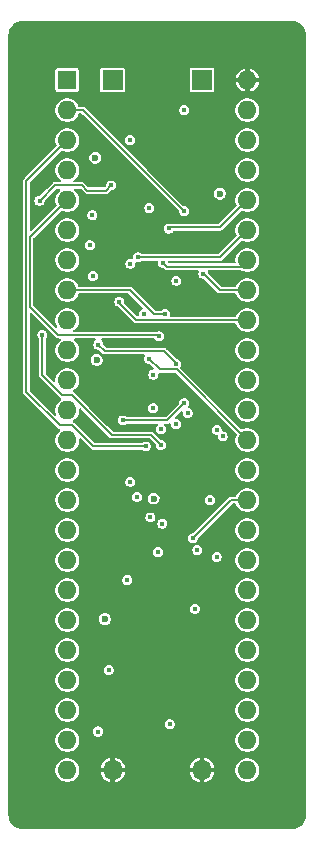
<source format=gbr>
G04 #@! TF.GenerationSoftware,KiCad,Pcbnew,9.0.6-9.0.6~ubuntu25.10.1*
G04 #@! TF.CreationDate,2025-12-24T18:24:09+09:00*
G04 #@! TF.ProjectId,bionic-ns32016,62696f6e-6963-42d6-9e73-33323031362e,2*
G04 #@! TF.SameCoordinates,Original*
G04 #@! TF.FileFunction,Copper,L2,Inr*
G04 #@! TF.FilePolarity,Positive*
%FSLAX46Y46*%
G04 Gerber Fmt 4.6, Leading zero omitted, Abs format (unit mm)*
G04 Created by KiCad (PCBNEW 9.0.6-9.0.6~ubuntu25.10.1) date 2025-12-24 18:24:09*
%MOMM*%
%LPD*%
G01*
G04 APERTURE LIST*
G04 #@! TA.AperFunction,ComponentPad*
%ADD10R,1.600000X1.600000*%
G04 #@! TD*
G04 #@! TA.AperFunction,ComponentPad*
%ADD11O,1.600000X1.600000*%
G04 #@! TD*
G04 #@! TA.AperFunction,ComponentPad*
%ADD12O,1.700000X1.700000*%
G04 #@! TD*
G04 #@! TA.AperFunction,ComponentPad*
%ADD13R,1.700000X1.700000*%
G04 #@! TD*
G04 #@! TA.AperFunction,ViaPad*
%ADD14C,0.600000*%
G04 #@! TD*
G04 #@! TA.AperFunction,ViaPad*
%ADD15C,0.450000*%
G04 #@! TD*
G04 #@! TA.AperFunction,Conductor*
%ADD16C,0.150000*%
G04 #@! TD*
G04 APERTURE END LIST*
D10*
X106080000Y-75080000D03*
D11*
X106080000Y-77620000D03*
X106080000Y-80160000D03*
X106080000Y-82700000D03*
X106080000Y-85240000D03*
X106080000Y-87780000D03*
X106080000Y-90320000D03*
X106080000Y-92860000D03*
X106080000Y-95400000D03*
X106080000Y-97940000D03*
X106080000Y-100480000D03*
X106080000Y-103020000D03*
X106080000Y-105560000D03*
X106080000Y-108100000D03*
X106080000Y-110640000D03*
X106080000Y-113180000D03*
X106080000Y-115720000D03*
X106080000Y-118260000D03*
X106080000Y-120800000D03*
X106080000Y-123340000D03*
X106080000Y-125880000D03*
X106080000Y-128420000D03*
X106080000Y-130960000D03*
X106080000Y-133500000D03*
X121320000Y-133500000D03*
X121320000Y-130960000D03*
X121320000Y-128420000D03*
X121320000Y-125880000D03*
X121320000Y-123340000D03*
X121320000Y-120800000D03*
X121320000Y-118260000D03*
X121320000Y-115720000D03*
X121320000Y-113180000D03*
X121320000Y-110640000D03*
X121320000Y-108100000D03*
X121320000Y-105560000D03*
X121320000Y-103020000D03*
X121320000Y-100480000D03*
X121320000Y-97940000D03*
X121320000Y-95400000D03*
X121320000Y-92860000D03*
X121320000Y-90320000D03*
X121320000Y-87780000D03*
X121320000Y-85240000D03*
X121320000Y-82700000D03*
X121320000Y-80160000D03*
X121320000Y-77620000D03*
X121320000Y-75080000D03*
D12*
X117489200Y-133500000D03*
D13*
X117489200Y-75080000D03*
X109936200Y-75080000D03*
D12*
X109936200Y-133500000D03*
D14*
X109280400Y-120711100D03*
X113395200Y-110513000D03*
X119008600Y-84693900D03*
X108454900Y-81658600D03*
X108581900Y-98778200D03*
X123300700Y-111234800D03*
D15*
X119249900Y-105255200D03*
X103984500Y-96631900D03*
X110766300Y-103895002D03*
X114025000Y-104651100D03*
X109597900Y-125029100D03*
X116887700Y-119834800D03*
X113852400Y-96784300D03*
D14*
X108874000Y-83716000D03*
X108875000Y-102029400D03*
D15*
X112125000Y-124648000D03*
X111478000Y-71778000D03*
X114138150Y-112627550D03*
X116709900Y-113891200D03*
X108696200Y-130236100D03*
X113039600Y-85913100D03*
X111180800Y-117421800D03*
X113128500Y-112113200D03*
X115325600Y-92073600D03*
X113357500Y-102867600D03*
X112569700Y-94879300D03*
X111998200Y-110360600D03*
X115975000Y-102448500D03*
X115287500Y-104201100D03*
X114768700Y-129621100D03*
X107998399Y-89062001D03*
X103736151Y-85283751D03*
X109813800Y-83995400D03*
X113776200Y-115046900D03*
X111426700Y-90621900D03*
X108278200Y-91666200D03*
X117099550Y-114865050D03*
X118729200Y-115453300D03*
X111388600Y-80160000D03*
X115998700Y-77620000D03*
X108219100Y-86535400D03*
X118734851Y-104678049D03*
X118183400Y-110640000D03*
X114363000Y-94884300D03*
X115325000Y-99095700D03*
X108728200Y-97470100D03*
X116290800Y-103261300D03*
X115986000Y-86179800D03*
X112725000Y-106093400D03*
X114017500Y-105979100D03*
X114675000Y-87646400D03*
X110499100Y-93833200D03*
X117611600Y-91475700D03*
X114200700Y-90541400D03*
X112075000Y-90091400D03*
X113007000Y-98658096D03*
X113375000Y-100010100D03*
X111415575Y-109088138D03*
D16*
X108728200Y-97470100D02*
X109263900Y-98005800D01*
X109263900Y-98005800D02*
X114261100Y-98005800D01*
X114261100Y-98005800D02*
X115325000Y-99069700D01*
X115325000Y-99069700D02*
X115325000Y-99095700D01*
X115356900Y-99584200D02*
X121320000Y-105547300D01*
X113007000Y-98658096D02*
X113933104Y-99584200D01*
X113933104Y-99584200D02*
X115356900Y-99584200D01*
X121320000Y-105547300D02*
X121320000Y-105560000D01*
X113852400Y-96784300D02*
X113750800Y-96682700D01*
X102930400Y-94295100D02*
X102930400Y-88389600D01*
X113750800Y-96682700D02*
X105318000Y-96682700D01*
X105318000Y-96682700D02*
X102930400Y-94295100D01*
X102930400Y-88389600D02*
X106080000Y-85240000D01*
X115986000Y-86179800D02*
X107426200Y-77620000D01*
X107426200Y-77620000D02*
X106080000Y-77620000D01*
X114017500Y-105979100D02*
X114017500Y-105966400D01*
X114017500Y-105966400D02*
X113179300Y-105128200D01*
X113179300Y-105128200D02*
X109864600Y-105128200D01*
X109864600Y-105128200D02*
X106499100Y-101762700D01*
X106499100Y-101762700D02*
X105660900Y-101762700D01*
X105660900Y-101762700D02*
X103984500Y-100086300D01*
X103984500Y-100086300D02*
X103984500Y-96631900D01*
X110766300Y-103895002D02*
X110777702Y-103883600D01*
X110777702Y-103883600D02*
X114550900Y-103883600D01*
X114550900Y-103883600D02*
X115975000Y-102459500D01*
X115975000Y-102459500D02*
X115975000Y-102448500D01*
X116709900Y-113891200D02*
X119961100Y-110640000D01*
X119961100Y-110640000D02*
X121320000Y-110640000D01*
X103736151Y-85283751D02*
X103737549Y-85283751D01*
X103737549Y-85283751D02*
X105025900Y-83995400D01*
X105025900Y-83995400D02*
X107337300Y-83995400D01*
X107337300Y-83995400D02*
X107781800Y-84439900D01*
X107781800Y-84439900D02*
X109369300Y-84439900D01*
X109369300Y-84439900D02*
X109813800Y-83995400D01*
X117611600Y-91475700D02*
X117738600Y-91602700D01*
X119008600Y-92860000D02*
X121320000Y-92860000D01*
X117738600Y-91602700D02*
X117751300Y-91602700D01*
X117751300Y-91602700D02*
X119008600Y-92860000D01*
X106080000Y-80160000D02*
X102629400Y-83610600D01*
X102629400Y-83610600D02*
X102629400Y-101508384D01*
X102629400Y-101508384D02*
X105436416Y-104315400D01*
X105436416Y-104315400D02*
X106524500Y-104315400D01*
X108302500Y-106093400D02*
X112725000Y-106093400D01*
X106524500Y-104315400D02*
X108302500Y-106093400D01*
X114675000Y-87646400D02*
X114763000Y-87558400D01*
X114763000Y-87558400D02*
X119001600Y-87558400D01*
X119001600Y-87558400D02*
X121320000Y-85240000D01*
X114363000Y-94884300D02*
X113412900Y-94884300D01*
X111388600Y-92860000D02*
X106080000Y-92860000D01*
X113412900Y-94884300D02*
X111388600Y-92860000D01*
X111945800Y-95400000D02*
X121320000Y-95400000D01*
X110499100Y-93953300D02*
X111945800Y-95400000D01*
X110499100Y-93833200D02*
X110499100Y-93953300D01*
X114535600Y-90876300D02*
X120763700Y-90876300D01*
X114200700Y-90541400D02*
X114535600Y-90876300D01*
X120763700Y-90876300D02*
X121320000Y-90320000D01*
X112075000Y-90091400D02*
X119008600Y-90091400D01*
X119008600Y-90091400D02*
X121320000Y-87780000D01*
G04 #@! TA.AperFunction,Conductor*
G36*
X125134309Y-70100877D02*
G01*
X125324457Y-70117512D01*
X125341437Y-70120505D01*
X125521635Y-70168789D01*
X125537839Y-70174687D01*
X125706902Y-70253523D01*
X125721842Y-70262149D01*
X125874641Y-70369140D01*
X125887861Y-70380232D01*
X126019767Y-70512138D01*
X126030859Y-70525358D01*
X126137850Y-70678157D01*
X126146478Y-70693101D01*
X126225308Y-70862151D01*
X126231211Y-70878368D01*
X126279492Y-71058555D01*
X126282488Y-71075550D01*
X126299123Y-71265690D01*
X126299500Y-71274318D01*
X126299500Y-137305681D01*
X126299123Y-137314309D01*
X126282488Y-137504449D01*
X126279492Y-137521444D01*
X126231211Y-137701631D01*
X126225308Y-137717848D01*
X126146478Y-137886898D01*
X126137850Y-137901842D01*
X126030859Y-138054641D01*
X126019767Y-138067861D01*
X125887861Y-138199767D01*
X125874641Y-138210859D01*
X125721842Y-138317850D01*
X125706898Y-138326478D01*
X125537848Y-138405308D01*
X125521631Y-138411211D01*
X125341444Y-138459492D01*
X125324449Y-138462488D01*
X125134309Y-138479123D01*
X125125681Y-138479500D01*
X102274319Y-138479500D01*
X102265691Y-138479123D01*
X102075550Y-138462488D01*
X102058555Y-138459492D01*
X101878368Y-138411211D01*
X101862154Y-138405309D01*
X101693100Y-138326477D01*
X101678157Y-138317850D01*
X101525358Y-138210859D01*
X101512138Y-138199767D01*
X101380232Y-138067861D01*
X101369140Y-138054641D01*
X101262149Y-137901842D01*
X101253523Y-137886902D01*
X101174687Y-137717839D01*
X101168788Y-137701631D01*
X101149843Y-137630926D01*
X101120505Y-137521437D01*
X101117512Y-137504457D01*
X101100877Y-137314309D01*
X101100500Y-137305681D01*
X101100500Y-133401456D01*
X105079500Y-133401456D01*
X105079500Y-133598543D01*
X105117949Y-133791834D01*
X105117949Y-133791836D01*
X105193367Y-133973913D01*
X105193368Y-133973914D01*
X105302861Y-134137782D01*
X105442218Y-134277139D01*
X105606086Y-134386632D01*
X105788165Y-134462051D01*
X105981459Y-134500500D01*
X105981460Y-134500500D01*
X106178540Y-134500500D01*
X106178541Y-134500500D01*
X106371835Y-134462051D01*
X106553914Y-134386632D01*
X106717782Y-134277139D01*
X106857139Y-134137782D01*
X106966632Y-133973914D01*
X107042051Y-133791835D01*
X107080500Y-133598541D01*
X107080500Y-133401459D01*
X107060318Y-133299999D01*
X108905411Y-133299999D01*
X108905412Y-133300000D01*
X109474320Y-133300000D01*
X109470275Y-133307007D01*
X109436200Y-133434174D01*
X109436200Y-133565826D01*
X109470275Y-133692993D01*
X109474320Y-133700000D01*
X108905411Y-133700000D01*
X108926549Y-133806269D01*
X108926551Y-133806277D01*
X109005701Y-133997360D01*
X109005708Y-133997374D01*
X109120605Y-134169329D01*
X109266870Y-134315594D01*
X109438825Y-134430491D01*
X109438839Y-134430498D01*
X109629923Y-134509648D01*
X109629930Y-134509650D01*
X109736200Y-134530787D01*
X109736200Y-133961879D01*
X109743207Y-133965925D01*
X109870374Y-134000000D01*
X110002026Y-134000000D01*
X110129193Y-133965925D01*
X110136200Y-133961879D01*
X110136200Y-134530786D01*
X110242469Y-134509650D01*
X110242476Y-134509648D01*
X110433560Y-134430498D01*
X110433574Y-134430491D01*
X110605529Y-134315594D01*
X110751794Y-134169329D01*
X110866691Y-133997374D01*
X110866698Y-133997360D01*
X110945848Y-133806277D01*
X110945850Y-133806269D01*
X110966989Y-133700000D01*
X110398080Y-133700000D01*
X110402125Y-133692993D01*
X110436200Y-133565826D01*
X110436200Y-133434174D01*
X110402125Y-133307007D01*
X110398080Y-133300000D01*
X110966988Y-133300000D01*
X110966988Y-133299999D01*
X116458411Y-133299999D01*
X116458412Y-133300000D01*
X117027320Y-133300000D01*
X117023275Y-133307007D01*
X116989200Y-133434174D01*
X116989200Y-133565826D01*
X117023275Y-133692993D01*
X117027320Y-133700000D01*
X116458411Y-133700000D01*
X116479549Y-133806269D01*
X116479551Y-133806277D01*
X116558701Y-133997360D01*
X116558708Y-133997374D01*
X116673605Y-134169329D01*
X116819870Y-134315594D01*
X116991825Y-134430491D01*
X116991839Y-134430498D01*
X117182923Y-134509648D01*
X117182930Y-134509650D01*
X117289200Y-134530787D01*
X117289200Y-133961879D01*
X117296207Y-133965925D01*
X117423374Y-134000000D01*
X117555026Y-134000000D01*
X117682193Y-133965925D01*
X117689200Y-133961879D01*
X117689200Y-134530786D01*
X117795469Y-134509650D01*
X117795476Y-134509648D01*
X117986560Y-134430498D01*
X117986574Y-134430491D01*
X118158529Y-134315594D01*
X118304794Y-134169329D01*
X118419691Y-133997374D01*
X118419698Y-133997360D01*
X118498848Y-133806277D01*
X118498850Y-133806269D01*
X118519989Y-133700000D01*
X117951080Y-133700000D01*
X117955125Y-133692993D01*
X117989200Y-133565826D01*
X117989200Y-133434174D01*
X117980433Y-133401456D01*
X120319500Y-133401456D01*
X120319500Y-133598543D01*
X120357949Y-133791834D01*
X120357949Y-133791836D01*
X120433367Y-133973913D01*
X120433368Y-133973914D01*
X120542861Y-134137782D01*
X120682218Y-134277139D01*
X120846086Y-134386632D01*
X121028165Y-134462051D01*
X121221459Y-134500500D01*
X121221460Y-134500500D01*
X121418540Y-134500500D01*
X121418541Y-134500500D01*
X121611835Y-134462051D01*
X121793914Y-134386632D01*
X121957782Y-134277139D01*
X122097139Y-134137782D01*
X122206632Y-133973914D01*
X122282051Y-133791835D01*
X122320500Y-133598541D01*
X122320500Y-133401459D01*
X122282051Y-133208165D01*
X122206632Y-133026086D01*
X122097139Y-132862218D01*
X121957782Y-132722861D01*
X121793914Y-132613368D01*
X121793915Y-132613368D01*
X121793913Y-132613367D01*
X121611835Y-132537949D01*
X121418543Y-132499500D01*
X121418541Y-132499500D01*
X121221459Y-132499500D01*
X121221456Y-132499500D01*
X121028165Y-132537949D01*
X121028163Y-132537949D01*
X120846086Y-132613367D01*
X120682218Y-132722861D01*
X120682214Y-132722864D01*
X120542864Y-132862214D01*
X120542861Y-132862218D01*
X120433367Y-133026086D01*
X120357949Y-133208163D01*
X120357949Y-133208165D01*
X120319500Y-133401456D01*
X117980433Y-133401456D01*
X117955125Y-133307007D01*
X117951080Y-133300000D01*
X118519988Y-133300000D01*
X118498850Y-133193730D01*
X118498848Y-133193722D01*
X118419698Y-133002639D01*
X118419691Y-133002625D01*
X118304794Y-132830670D01*
X118158529Y-132684405D01*
X117986574Y-132569508D01*
X117986560Y-132569501D01*
X117795477Y-132490351D01*
X117795469Y-132490349D01*
X117689200Y-132469211D01*
X117689200Y-133038120D01*
X117682193Y-133034075D01*
X117555026Y-133000000D01*
X117423374Y-133000000D01*
X117296207Y-133034075D01*
X117289200Y-133038120D01*
X117289200Y-132469211D01*
X117289199Y-132469211D01*
X117182930Y-132490349D01*
X117182922Y-132490351D01*
X116991839Y-132569501D01*
X116991825Y-132569508D01*
X116819870Y-132684405D01*
X116673605Y-132830670D01*
X116558708Y-133002625D01*
X116558701Y-133002639D01*
X116479551Y-133193722D01*
X116479549Y-133193730D01*
X116458411Y-133299999D01*
X110966988Y-133299999D01*
X110945850Y-133193730D01*
X110945848Y-133193722D01*
X110866698Y-133002639D01*
X110866691Y-133002625D01*
X110751794Y-132830670D01*
X110605529Y-132684405D01*
X110433574Y-132569508D01*
X110433560Y-132569501D01*
X110242477Y-132490351D01*
X110242469Y-132490349D01*
X110136200Y-132469211D01*
X110136200Y-133038120D01*
X110129193Y-133034075D01*
X110002026Y-133000000D01*
X109870374Y-133000000D01*
X109743207Y-133034075D01*
X109736200Y-133038120D01*
X109736200Y-132469211D01*
X109736199Y-132469211D01*
X109629930Y-132490349D01*
X109629922Y-132490351D01*
X109438839Y-132569501D01*
X109438825Y-132569508D01*
X109266870Y-132684405D01*
X109120605Y-132830670D01*
X109005708Y-133002625D01*
X109005701Y-133002639D01*
X108926551Y-133193722D01*
X108926549Y-133193730D01*
X108905411Y-133299999D01*
X107060318Y-133299999D01*
X107042051Y-133208165D01*
X106966632Y-133026086D01*
X106857139Y-132862218D01*
X106717782Y-132722861D01*
X106553914Y-132613368D01*
X106553915Y-132613368D01*
X106553913Y-132613367D01*
X106371835Y-132537949D01*
X106178543Y-132499500D01*
X106178541Y-132499500D01*
X105981459Y-132499500D01*
X105981456Y-132499500D01*
X105788165Y-132537949D01*
X105788163Y-132537949D01*
X105606086Y-132613367D01*
X105442218Y-132722861D01*
X105442214Y-132722864D01*
X105302864Y-132862214D01*
X105302861Y-132862218D01*
X105193367Y-133026086D01*
X105117949Y-133208163D01*
X105117949Y-133208165D01*
X105079500Y-133401456D01*
X101100500Y-133401456D01*
X101100500Y-130861456D01*
X105079500Y-130861456D01*
X105079500Y-131058543D01*
X105117949Y-131251834D01*
X105117949Y-131251836D01*
X105193367Y-131433913D01*
X105193368Y-131433914D01*
X105302861Y-131597782D01*
X105442218Y-131737139D01*
X105606086Y-131846632D01*
X105788165Y-131922051D01*
X105981459Y-131960500D01*
X105981460Y-131960500D01*
X106178540Y-131960500D01*
X106178541Y-131960500D01*
X106371835Y-131922051D01*
X106553914Y-131846632D01*
X106717782Y-131737139D01*
X106857139Y-131597782D01*
X106966632Y-131433914D01*
X107042051Y-131251835D01*
X107080500Y-131058541D01*
X107080500Y-130861459D01*
X107080499Y-130861456D01*
X120319500Y-130861456D01*
X120319500Y-131058543D01*
X120357949Y-131251834D01*
X120357949Y-131251836D01*
X120433367Y-131433913D01*
X120433368Y-131433914D01*
X120542861Y-131597782D01*
X120682218Y-131737139D01*
X120846086Y-131846632D01*
X121028165Y-131922051D01*
X121221459Y-131960500D01*
X121221460Y-131960500D01*
X121418540Y-131960500D01*
X121418541Y-131960500D01*
X121611835Y-131922051D01*
X121793914Y-131846632D01*
X121957782Y-131737139D01*
X122097139Y-131597782D01*
X122206632Y-131433914D01*
X122282051Y-131251835D01*
X122320500Y-131058541D01*
X122320500Y-130861459D01*
X122282051Y-130668165D01*
X122206632Y-130486086D01*
X122097139Y-130322218D01*
X121957782Y-130182861D01*
X121793914Y-130073368D01*
X121793915Y-130073368D01*
X121793913Y-130073367D01*
X121611835Y-129997949D01*
X121418543Y-129959500D01*
X121418541Y-129959500D01*
X121221459Y-129959500D01*
X121221456Y-129959500D01*
X121028165Y-129997949D01*
X121028163Y-129997949D01*
X120846086Y-130073367D01*
X120682218Y-130182861D01*
X120682214Y-130182864D01*
X120542864Y-130322214D01*
X120542861Y-130322218D01*
X120433367Y-130486086D01*
X120357949Y-130668163D01*
X120357949Y-130668165D01*
X120319500Y-130861456D01*
X107080499Y-130861456D01*
X107042051Y-130668165D01*
X106966632Y-130486086D01*
X106857139Y-130322218D01*
X106717782Y-130182861D01*
X106713623Y-130180082D01*
X108270700Y-130180082D01*
X108270700Y-130292118D01*
X108296272Y-130387555D01*
X108299698Y-130400341D01*
X108349204Y-130486086D01*
X108355715Y-130497363D01*
X108434937Y-130576585D01*
X108434939Y-130576586D01*
X108531959Y-130632601D01*
X108531957Y-130632601D01*
X108531961Y-130632602D01*
X108531963Y-130632603D01*
X108640182Y-130661600D01*
X108640184Y-130661600D01*
X108752216Y-130661600D01*
X108752218Y-130661600D01*
X108860437Y-130632603D01*
X108860439Y-130632601D01*
X108860441Y-130632601D01*
X108889264Y-130615959D01*
X108957463Y-130576585D01*
X109036685Y-130497363D01*
X109092703Y-130400337D01*
X109121700Y-130292118D01*
X109121700Y-130180082D01*
X109092703Y-130071863D01*
X109092701Y-130071860D01*
X109092701Y-130071858D01*
X109036686Y-129974839D01*
X109036685Y-129974837D01*
X108957463Y-129895615D01*
X108957460Y-129895613D01*
X108860440Y-129839598D01*
X108860442Y-129839598D01*
X108818451Y-129828347D01*
X108752218Y-129810600D01*
X108640182Y-129810600D01*
X108573948Y-129828347D01*
X108531958Y-129839598D01*
X108434939Y-129895613D01*
X108355713Y-129974839D01*
X108299698Y-130071858D01*
X108283486Y-130132363D01*
X108270700Y-130180082D01*
X106713623Y-130180082D01*
X106553914Y-130073368D01*
X106553915Y-130073368D01*
X106553913Y-130073367D01*
X106371835Y-129997949D01*
X106178543Y-129959500D01*
X106178541Y-129959500D01*
X105981459Y-129959500D01*
X105981456Y-129959500D01*
X105788165Y-129997949D01*
X105788163Y-129997949D01*
X105606086Y-130073367D01*
X105442218Y-130182861D01*
X105442214Y-130182864D01*
X105302864Y-130322214D01*
X105302861Y-130322218D01*
X105193367Y-130486086D01*
X105117949Y-130668163D01*
X105117949Y-130668165D01*
X105079500Y-130861456D01*
X101100500Y-130861456D01*
X101100500Y-129565082D01*
X114343200Y-129565082D01*
X114343200Y-129677118D01*
X114368772Y-129772555D01*
X114372198Y-129785341D01*
X114428213Y-129882360D01*
X114428215Y-129882363D01*
X114507437Y-129961585D01*
X114507439Y-129961586D01*
X114604459Y-130017601D01*
X114604457Y-130017601D01*
X114604461Y-130017602D01*
X114604463Y-130017603D01*
X114712682Y-130046600D01*
X114712684Y-130046600D01*
X114824716Y-130046600D01*
X114824718Y-130046600D01*
X114932937Y-130017603D01*
X114932939Y-130017601D01*
X114932941Y-130017601D01*
X115007006Y-129974839D01*
X115029963Y-129961585D01*
X115109185Y-129882363D01*
X115165203Y-129785337D01*
X115194200Y-129677118D01*
X115194200Y-129565082D01*
X115165203Y-129456863D01*
X115165201Y-129456860D01*
X115165201Y-129456858D01*
X115109186Y-129359839D01*
X115109185Y-129359837D01*
X115029963Y-129280615D01*
X115029960Y-129280613D01*
X114932940Y-129224598D01*
X114932942Y-129224598D01*
X114890951Y-129213347D01*
X114824718Y-129195600D01*
X114712682Y-129195600D01*
X114646448Y-129213347D01*
X114604458Y-129224598D01*
X114507439Y-129280613D01*
X114428213Y-129359839D01*
X114372198Y-129456858D01*
X114372197Y-129456863D01*
X114343200Y-129565082D01*
X101100500Y-129565082D01*
X101100500Y-128321456D01*
X105079500Y-128321456D01*
X105079500Y-128518543D01*
X105117949Y-128711834D01*
X105117949Y-128711836D01*
X105193367Y-128893913D01*
X105193368Y-128893914D01*
X105302861Y-129057782D01*
X105442218Y-129197139D01*
X105606086Y-129306632D01*
X105788165Y-129382051D01*
X105981459Y-129420500D01*
X105981460Y-129420500D01*
X106178540Y-129420500D01*
X106178541Y-129420500D01*
X106371835Y-129382051D01*
X106553914Y-129306632D01*
X106717782Y-129197139D01*
X106857139Y-129057782D01*
X106966632Y-128893914D01*
X107042051Y-128711835D01*
X107080500Y-128518541D01*
X107080500Y-128321459D01*
X107080499Y-128321456D01*
X120319500Y-128321456D01*
X120319500Y-128518543D01*
X120357949Y-128711834D01*
X120357949Y-128711836D01*
X120433367Y-128893913D01*
X120433368Y-128893914D01*
X120542861Y-129057782D01*
X120682218Y-129197139D01*
X120846086Y-129306632D01*
X121028165Y-129382051D01*
X121221459Y-129420500D01*
X121221460Y-129420500D01*
X121418540Y-129420500D01*
X121418541Y-129420500D01*
X121611835Y-129382051D01*
X121793914Y-129306632D01*
X121957782Y-129197139D01*
X122097139Y-129057782D01*
X122206632Y-128893914D01*
X122282051Y-128711835D01*
X122320500Y-128518541D01*
X122320500Y-128321459D01*
X122282051Y-128128165D01*
X122206632Y-127946086D01*
X122097139Y-127782218D01*
X121957782Y-127642861D01*
X121793914Y-127533368D01*
X121793915Y-127533368D01*
X121793913Y-127533367D01*
X121611835Y-127457949D01*
X121418543Y-127419500D01*
X121418541Y-127419500D01*
X121221459Y-127419500D01*
X121221456Y-127419500D01*
X121028165Y-127457949D01*
X121028163Y-127457949D01*
X120846086Y-127533367D01*
X120682218Y-127642861D01*
X120682214Y-127642864D01*
X120542864Y-127782214D01*
X120542861Y-127782218D01*
X120433367Y-127946086D01*
X120357949Y-128128163D01*
X120357949Y-128128165D01*
X120319500Y-128321456D01*
X107080499Y-128321456D01*
X107042051Y-128128165D01*
X106966632Y-127946086D01*
X106857139Y-127782218D01*
X106717782Y-127642861D01*
X106553914Y-127533368D01*
X106553915Y-127533368D01*
X106553913Y-127533367D01*
X106371835Y-127457949D01*
X106178543Y-127419500D01*
X106178541Y-127419500D01*
X105981459Y-127419500D01*
X105981456Y-127419500D01*
X105788165Y-127457949D01*
X105788163Y-127457949D01*
X105606086Y-127533367D01*
X105442218Y-127642861D01*
X105442214Y-127642864D01*
X105302864Y-127782214D01*
X105302861Y-127782218D01*
X105193367Y-127946086D01*
X105117949Y-128128163D01*
X105117949Y-128128165D01*
X105079500Y-128321456D01*
X101100500Y-128321456D01*
X101100500Y-125781456D01*
X105079500Y-125781456D01*
X105079500Y-125978543D01*
X105117949Y-126171834D01*
X105117949Y-126171836D01*
X105193367Y-126353913D01*
X105193368Y-126353914D01*
X105302861Y-126517782D01*
X105442218Y-126657139D01*
X105606086Y-126766632D01*
X105788165Y-126842051D01*
X105981459Y-126880500D01*
X105981460Y-126880500D01*
X106178540Y-126880500D01*
X106178541Y-126880500D01*
X106371835Y-126842051D01*
X106553914Y-126766632D01*
X106717782Y-126657139D01*
X106857139Y-126517782D01*
X106966632Y-126353914D01*
X107042051Y-126171835D01*
X107080500Y-125978541D01*
X107080500Y-125781459D01*
X107080499Y-125781456D01*
X120319500Y-125781456D01*
X120319500Y-125978543D01*
X120357949Y-126171834D01*
X120357949Y-126171836D01*
X120433367Y-126353913D01*
X120433368Y-126353914D01*
X120542861Y-126517782D01*
X120682218Y-126657139D01*
X120846086Y-126766632D01*
X121028165Y-126842051D01*
X121221459Y-126880500D01*
X121221460Y-126880500D01*
X121418540Y-126880500D01*
X121418541Y-126880500D01*
X121611835Y-126842051D01*
X121793914Y-126766632D01*
X121957782Y-126657139D01*
X122097139Y-126517782D01*
X122206632Y-126353914D01*
X122282051Y-126171835D01*
X122320500Y-125978541D01*
X122320500Y-125781459D01*
X122282051Y-125588165D01*
X122206632Y-125406086D01*
X122097139Y-125242218D01*
X121957782Y-125102861D01*
X121793914Y-124993368D01*
X121793915Y-124993368D01*
X121793913Y-124993367D01*
X121611835Y-124917949D01*
X121418543Y-124879500D01*
X121418541Y-124879500D01*
X121221459Y-124879500D01*
X121221456Y-124879500D01*
X121028165Y-124917949D01*
X121028163Y-124917949D01*
X120846086Y-124993367D01*
X120682218Y-125102861D01*
X120682214Y-125102864D01*
X120542864Y-125242214D01*
X120542861Y-125242218D01*
X120433367Y-125406086D01*
X120357949Y-125588163D01*
X120357949Y-125588165D01*
X120319500Y-125781456D01*
X107080499Y-125781456D01*
X107042051Y-125588165D01*
X106966632Y-125406086D01*
X106857139Y-125242218D01*
X106717782Y-125102861D01*
X106553914Y-124993368D01*
X106504941Y-124973083D01*
X106504939Y-124973082D01*
X109172400Y-124973082D01*
X109172400Y-125085118D01*
X109177155Y-125102864D01*
X109201398Y-125193341D01*
X109229618Y-125242218D01*
X109257415Y-125290363D01*
X109336637Y-125369585D01*
X109336639Y-125369586D01*
X109433659Y-125425601D01*
X109433657Y-125425601D01*
X109433661Y-125425602D01*
X109433663Y-125425603D01*
X109541882Y-125454600D01*
X109541884Y-125454600D01*
X109653916Y-125454600D01*
X109653918Y-125454600D01*
X109762137Y-125425603D01*
X109762139Y-125425601D01*
X109762141Y-125425601D01*
X109795941Y-125406086D01*
X109859163Y-125369585D01*
X109938385Y-125290363D01*
X109994403Y-125193337D01*
X110023400Y-125085118D01*
X110023400Y-124973082D01*
X109994403Y-124864863D01*
X109994401Y-124864860D01*
X109994401Y-124864858D01*
X109938386Y-124767839D01*
X109938385Y-124767837D01*
X109859163Y-124688615D01*
X109859160Y-124688613D01*
X109762140Y-124632598D01*
X109762142Y-124632598D01*
X109720151Y-124621347D01*
X109653918Y-124603600D01*
X109541882Y-124603600D01*
X109475648Y-124621347D01*
X109433658Y-124632598D01*
X109336639Y-124688613D01*
X109257413Y-124767839D01*
X109201398Y-124864858D01*
X109201397Y-124864863D01*
X109172400Y-124973082D01*
X106504939Y-124973082D01*
X106371835Y-124917949D01*
X106178543Y-124879500D01*
X106178541Y-124879500D01*
X105981459Y-124879500D01*
X105981456Y-124879500D01*
X105788165Y-124917949D01*
X105788163Y-124917949D01*
X105606086Y-124993367D01*
X105442218Y-125102861D01*
X105442214Y-125102864D01*
X105302864Y-125242214D01*
X105302861Y-125242218D01*
X105193367Y-125406086D01*
X105117949Y-125588163D01*
X105117949Y-125588165D01*
X105079500Y-125781456D01*
X101100500Y-125781456D01*
X101100500Y-123241456D01*
X105079500Y-123241456D01*
X105079500Y-123438543D01*
X105117949Y-123631834D01*
X105117949Y-123631836D01*
X105193367Y-123813913D01*
X105193368Y-123813914D01*
X105302861Y-123977782D01*
X105442218Y-124117139D01*
X105606086Y-124226632D01*
X105788165Y-124302051D01*
X105981459Y-124340500D01*
X105981460Y-124340500D01*
X106178540Y-124340500D01*
X106178541Y-124340500D01*
X106371835Y-124302051D01*
X106553914Y-124226632D01*
X106717782Y-124117139D01*
X106857139Y-123977782D01*
X106966632Y-123813914D01*
X107042051Y-123631835D01*
X107080500Y-123438541D01*
X107080500Y-123241459D01*
X107080499Y-123241456D01*
X120319500Y-123241456D01*
X120319500Y-123438543D01*
X120357949Y-123631834D01*
X120357949Y-123631836D01*
X120433367Y-123813913D01*
X120433368Y-123813914D01*
X120542861Y-123977782D01*
X120682218Y-124117139D01*
X120846086Y-124226632D01*
X121028165Y-124302051D01*
X121221459Y-124340500D01*
X121221460Y-124340500D01*
X121418540Y-124340500D01*
X121418541Y-124340500D01*
X121611835Y-124302051D01*
X121793914Y-124226632D01*
X121957782Y-124117139D01*
X122097139Y-123977782D01*
X122206632Y-123813914D01*
X122282051Y-123631835D01*
X122320500Y-123438541D01*
X122320500Y-123241459D01*
X122282051Y-123048165D01*
X122206632Y-122866086D01*
X122097139Y-122702218D01*
X121957782Y-122562861D01*
X121793914Y-122453368D01*
X121793915Y-122453368D01*
X121793913Y-122453367D01*
X121611835Y-122377949D01*
X121418543Y-122339500D01*
X121418541Y-122339500D01*
X121221459Y-122339500D01*
X121221456Y-122339500D01*
X121028165Y-122377949D01*
X121028163Y-122377949D01*
X120846086Y-122453367D01*
X120682218Y-122562861D01*
X120682214Y-122562864D01*
X120542864Y-122702214D01*
X120542861Y-122702218D01*
X120433367Y-122866086D01*
X120357949Y-123048163D01*
X120357949Y-123048165D01*
X120319500Y-123241456D01*
X107080499Y-123241456D01*
X107042051Y-123048165D01*
X106966632Y-122866086D01*
X106857139Y-122702218D01*
X106717782Y-122562861D01*
X106553914Y-122453368D01*
X106553915Y-122453368D01*
X106553913Y-122453367D01*
X106371835Y-122377949D01*
X106178543Y-122339500D01*
X106178541Y-122339500D01*
X105981459Y-122339500D01*
X105981456Y-122339500D01*
X105788165Y-122377949D01*
X105788163Y-122377949D01*
X105606086Y-122453367D01*
X105442218Y-122562861D01*
X105442214Y-122562864D01*
X105302864Y-122702214D01*
X105302861Y-122702218D01*
X105193367Y-122866086D01*
X105117949Y-123048163D01*
X105117949Y-123048165D01*
X105079500Y-123241456D01*
X101100500Y-123241456D01*
X101100500Y-120701456D01*
X105079500Y-120701456D01*
X105079500Y-120898543D01*
X105117949Y-121091834D01*
X105117949Y-121091836D01*
X105193367Y-121273913D01*
X105193368Y-121273914D01*
X105302861Y-121437782D01*
X105442218Y-121577139D01*
X105606086Y-121686632D01*
X105788165Y-121762051D01*
X105981459Y-121800500D01*
X105981460Y-121800500D01*
X106178540Y-121800500D01*
X106178541Y-121800500D01*
X106371835Y-121762051D01*
X106553914Y-121686632D01*
X106717782Y-121577139D01*
X106857139Y-121437782D01*
X106966632Y-121273914D01*
X107042051Y-121091835D01*
X107080500Y-120898541D01*
X107080500Y-120701459D01*
X107069311Y-120645208D01*
X108779900Y-120645208D01*
X108779900Y-120776992D01*
X108809979Y-120889251D01*
X108814009Y-120904290D01*
X108879896Y-121018409D01*
X108879898Y-121018411D01*
X108879900Y-121018414D01*
X108973086Y-121111600D01*
X108973088Y-121111601D01*
X108973090Y-121111603D01*
X109087210Y-121177490D01*
X109087208Y-121177490D01*
X109087212Y-121177491D01*
X109087214Y-121177492D01*
X109214508Y-121211600D01*
X109214510Y-121211600D01*
X109346290Y-121211600D01*
X109346292Y-121211600D01*
X109473586Y-121177492D01*
X109473588Y-121177490D01*
X109473590Y-121177490D01*
X109587709Y-121111603D01*
X109587709Y-121111602D01*
X109587714Y-121111600D01*
X109680900Y-121018414D01*
X109746792Y-120904286D01*
X109780900Y-120776992D01*
X109780900Y-120701456D01*
X120319500Y-120701456D01*
X120319500Y-120898543D01*
X120357949Y-121091834D01*
X120357949Y-121091836D01*
X120433367Y-121273913D01*
X120433368Y-121273914D01*
X120542861Y-121437782D01*
X120682218Y-121577139D01*
X120846086Y-121686632D01*
X121028165Y-121762051D01*
X121221459Y-121800500D01*
X121221460Y-121800500D01*
X121418540Y-121800500D01*
X121418541Y-121800500D01*
X121611835Y-121762051D01*
X121793914Y-121686632D01*
X121957782Y-121577139D01*
X122097139Y-121437782D01*
X122206632Y-121273914D01*
X122282051Y-121091835D01*
X122320500Y-120898541D01*
X122320500Y-120701459D01*
X122282051Y-120508165D01*
X122206632Y-120326086D01*
X122097139Y-120162218D01*
X121957782Y-120022861D01*
X121793914Y-119913368D01*
X121793915Y-119913368D01*
X121793913Y-119913367D01*
X121611835Y-119837949D01*
X121418543Y-119799500D01*
X121418541Y-119799500D01*
X121221459Y-119799500D01*
X121221456Y-119799500D01*
X121028165Y-119837949D01*
X121028163Y-119837949D01*
X120846086Y-119913367D01*
X120682218Y-120022861D01*
X120682214Y-120022864D01*
X120542864Y-120162214D01*
X120542861Y-120162218D01*
X120433367Y-120326086D01*
X120357949Y-120508163D01*
X120357949Y-120508165D01*
X120319500Y-120701456D01*
X109780900Y-120701456D01*
X109780900Y-120645208D01*
X109746792Y-120517914D01*
X109746790Y-120517911D01*
X109746790Y-120517909D01*
X109680903Y-120403790D01*
X109680901Y-120403788D01*
X109680900Y-120403786D01*
X109587714Y-120310600D01*
X109587711Y-120310598D01*
X109587709Y-120310596D01*
X109473589Y-120244709D01*
X109473591Y-120244709D01*
X109423550Y-120231301D01*
X109346292Y-120210600D01*
X109214508Y-120210600D01*
X109137250Y-120231301D01*
X109087209Y-120244709D01*
X108973090Y-120310596D01*
X108879896Y-120403790D01*
X108814009Y-120517909D01*
X108814008Y-120517914D01*
X108779900Y-120645208D01*
X107069311Y-120645208D01*
X107042051Y-120508165D01*
X106966632Y-120326086D01*
X106857139Y-120162218D01*
X106717782Y-120022861D01*
X106553914Y-119913368D01*
X106553915Y-119913368D01*
X106553913Y-119913367D01*
X106434142Y-119863757D01*
X106371835Y-119837949D01*
X106178543Y-119799500D01*
X106178541Y-119799500D01*
X105981459Y-119799500D01*
X105981456Y-119799500D01*
X105788165Y-119837949D01*
X105788163Y-119837949D01*
X105606086Y-119913367D01*
X105442218Y-120022861D01*
X105442214Y-120022864D01*
X105302864Y-120162214D01*
X105302861Y-120162218D01*
X105193367Y-120326086D01*
X105117949Y-120508163D01*
X105117949Y-120508165D01*
X105079500Y-120701456D01*
X101100500Y-120701456D01*
X101100500Y-119778782D01*
X116462200Y-119778782D01*
X116462200Y-119890818D01*
X116487772Y-119986255D01*
X116491198Y-119999041D01*
X116547213Y-120096060D01*
X116547215Y-120096063D01*
X116626437Y-120175285D01*
X116626439Y-120175286D01*
X116723459Y-120231301D01*
X116723457Y-120231301D01*
X116723461Y-120231302D01*
X116723463Y-120231303D01*
X116831682Y-120260300D01*
X116831684Y-120260300D01*
X116943716Y-120260300D01*
X116943718Y-120260300D01*
X117051937Y-120231303D01*
X117051939Y-120231301D01*
X117051941Y-120231301D01*
X117087796Y-120210600D01*
X117148963Y-120175285D01*
X117228185Y-120096063D01*
X117267559Y-120027864D01*
X117284201Y-119999041D01*
X117284201Y-119999039D01*
X117284203Y-119999037D01*
X117313200Y-119890818D01*
X117313200Y-119778782D01*
X117284203Y-119670563D01*
X117284201Y-119670560D01*
X117284201Y-119670558D01*
X117228186Y-119573539D01*
X117228185Y-119573537D01*
X117148963Y-119494315D01*
X117148960Y-119494313D01*
X117051940Y-119438298D01*
X117051942Y-119438298D01*
X117009951Y-119427047D01*
X116943718Y-119409300D01*
X116831682Y-119409300D01*
X116765448Y-119427047D01*
X116723458Y-119438298D01*
X116626439Y-119494313D01*
X116547213Y-119573539D01*
X116491198Y-119670558D01*
X116491197Y-119670563D01*
X116462200Y-119778782D01*
X101100500Y-119778782D01*
X101100500Y-118161456D01*
X105079500Y-118161456D01*
X105079500Y-118358543D01*
X105117949Y-118551834D01*
X105117949Y-118551836D01*
X105193367Y-118733913D01*
X105193368Y-118733914D01*
X105302861Y-118897782D01*
X105442218Y-119037139D01*
X105606086Y-119146632D01*
X105788165Y-119222051D01*
X105981459Y-119260500D01*
X105981460Y-119260500D01*
X106178540Y-119260500D01*
X106178541Y-119260500D01*
X106371835Y-119222051D01*
X106553914Y-119146632D01*
X106717782Y-119037139D01*
X106857139Y-118897782D01*
X106966632Y-118733914D01*
X107042051Y-118551835D01*
X107080500Y-118358541D01*
X107080500Y-118161459D01*
X107080499Y-118161456D01*
X120319500Y-118161456D01*
X120319500Y-118358543D01*
X120357949Y-118551834D01*
X120357949Y-118551836D01*
X120433367Y-118733913D01*
X120433368Y-118733914D01*
X120542861Y-118897782D01*
X120682218Y-119037139D01*
X120846086Y-119146632D01*
X121028165Y-119222051D01*
X121221459Y-119260500D01*
X121221460Y-119260500D01*
X121418540Y-119260500D01*
X121418541Y-119260500D01*
X121611835Y-119222051D01*
X121793914Y-119146632D01*
X121957782Y-119037139D01*
X122097139Y-118897782D01*
X122206632Y-118733914D01*
X122282051Y-118551835D01*
X122320500Y-118358541D01*
X122320500Y-118161459D01*
X122282051Y-117968165D01*
X122206632Y-117786086D01*
X122097139Y-117622218D01*
X121957782Y-117482861D01*
X121793914Y-117373368D01*
X121793915Y-117373368D01*
X121793913Y-117373367D01*
X121611835Y-117297949D01*
X121418543Y-117259500D01*
X121418541Y-117259500D01*
X121221459Y-117259500D01*
X121221456Y-117259500D01*
X121028165Y-117297949D01*
X121028163Y-117297949D01*
X120846086Y-117373367D01*
X120682218Y-117482861D01*
X120682214Y-117482864D01*
X120542864Y-117622214D01*
X120542861Y-117622218D01*
X120433367Y-117786086D01*
X120357949Y-117968163D01*
X120357949Y-117968165D01*
X120319500Y-118161456D01*
X107080499Y-118161456D01*
X107042051Y-117968165D01*
X106966632Y-117786086D01*
X106857139Y-117622218D01*
X106717782Y-117482861D01*
X106553914Y-117373368D01*
X106553915Y-117373368D01*
X106553913Y-117373367D01*
X106535601Y-117365782D01*
X110755300Y-117365782D01*
X110755300Y-117477818D01*
X110780872Y-117573255D01*
X110784298Y-117586041D01*
X110840313Y-117683060D01*
X110840315Y-117683063D01*
X110919537Y-117762285D01*
X110919539Y-117762286D01*
X111016559Y-117818301D01*
X111016557Y-117818301D01*
X111016561Y-117818302D01*
X111016563Y-117818303D01*
X111124782Y-117847300D01*
X111124784Y-117847300D01*
X111236816Y-117847300D01*
X111236818Y-117847300D01*
X111345037Y-117818303D01*
X111345039Y-117818301D01*
X111345041Y-117818301D01*
X111400838Y-117786086D01*
X111442063Y-117762285D01*
X111521285Y-117683063D01*
X111577303Y-117586037D01*
X111606300Y-117477818D01*
X111606300Y-117365782D01*
X111577303Y-117257563D01*
X111577301Y-117257560D01*
X111577301Y-117257558D01*
X111521286Y-117160539D01*
X111521285Y-117160537D01*
X111442063Y-117081315D01*
X111442060Y-117081313D01*
X111345040Y-117025298D01*
X111345042Y-117025298D01*
X111303051Y-117014047D01*
X111236818Y-116996300D01*
X111124782Y-116996300D01*
X111058548Y-117014047D01*
X111016558Y-117025298D01*
X110919539Y-117081313D01*
X110840313Y-117160539D01*
X110784298Y-117257558D01*
X110784297Y-117257563D01*
X110755300Y-117365782D01*
X106535601Y-117365782D01*
X106371835Y-117297949D01*
X106178543Y-117259500D01*
X106178541Y-117259500D01*
X105981459Y-117259500D01*
X105981456Y-117259500D01*
X105788165Y-117297949D01*
X105788163Y-117297949D01*
X105606086Y-117373367D01*
X105442218Y-117482861D01*
X105442214Y-117482864D01*
X105302864Y-117622214D01*
X105302861Y-117622218D01*
X105193367Y-117786086D01*
X105117949Y-117968163D01*
X105117949Y-117968165D01*
X105079500Y-118161456D01*
X101100500Y-118161456D01*
X101100500Y-115621456D01*
X105079500Y-115621456D01*
X105079500Y-115818543D01*
X105117949Y-116011834D01*
X105117949Y-116011836D01*
X105193367Y-116193913D01*
X105193368Y-116193914D01*
X105302861Y-116357782D01*
X105442218Y-116497139D01*
X105606086Y-116606632D01*
X105788165Y-116682051D01*
X105981459Y-116720500D01*
X105981460Y-116720500D01*
X106178540Y-116720500D01*
X106178541Y-116720500D01*
X106371835Y-116682051D01*
X106553914Y-116606632D01*
X106717782Y-116497139D01*
X106857139Y-116357782D01*
X106966632Y-116193914D01*
X107042051Y-116011835D01*
X107080500Y-115818541D01*
X107080500Y-115621459D01*
X107042051Y-115428165D01*
X106966632Y-115246086D01*
X106857139Y-115082218D01*
X106765803Y-114990882D01*
X113350700Y-114990882D01*
X113350700Y-115102918D01*
X113353352Y-115112815D01*
X113379698Y-115211141D01*
X113425546Y-115290550D01*
X113435715Y-115308163D01*
X113514937Y-115387385D01*
X113514939Y-115387386D01*
X113611959Y-115443401D01*
X113611957Y-115443401D01*
X113611961Y-115443402D01*
X113611963Y-115443403D01*
X113720182Y-115472400D01*
X113720184Y-115472400D01*
X113832216Y-115472400D01*
X113832218Y-115472400D01*
X113940437Y-115443403D01*
X113940439Y-115443401D01*
X113940441Y-115443401D01*
X113969264Y-115426759D01*
X114020321Y-115397282D01*
X118303700Y-115397282D01*
X118303700Y-115509318D01*
X118325579Y-115590971D01*
X118332698Y-115617541D01*
X118388713Y-115714560D01*
X118388715Y-115714563D01*
X118467937Y-115793785D01*
X118467939Y-115793786D01*
X118564959Y-115849801D01*
X118564957Y-115849801D01*
X118564961Y-115849802D01*
X118564963Y-115849803D01*
X118673182Y-115878800D01*
X118673184Y-115878800D01*
X118785216Y-115878800D01*
X118785218Y-115878800D01*
X118893437Y-115849803D01*
X118893439Y-115849801D01*
X118893441Y-115849801D01*
X118922264Y-115833159D01*
X118990463Y-115793785D01*
X119069685Y-115714563D01*
X119123440Y-115621456D01*
X120319500Y-115621456D01*
X120319500Y-115818543D01*
X120357949Y-116011834D01*
X120357949Y-116011836D01*
X120433367Y-116193913D01*
X120433368Y-116193914D01*
X120542861Y-116357782D01*
X120682218Y-116497139D01*
X120846086Y-116606632D01*
X121028165Y-116682051D01*
X121221459Y-116720500D01*
X121221460Y-116720500D01*
X121418540Y-116720500D01*
X121418541Y-116720500D01*
X121611835Y-116682051D01*
X121793914Y-116606632D01*
X121957782Y-116497139D01*
X122097139Y-116357782D01*
X122206632Y-116193914D01*
X122282051Y-116011835D01*
X122320500Y-115818541D01*
X122320500Y-115621459D01*
X122282051Y-115428165D01*
X122206632Y-115246086D01*
X122097139Y-115082218D01*
X121957782Y-114942861D01*
X121793914Y-114833368D01*
X121793915Y-114833368D01*
X121793913Y-114833367D01*
X121611835Y-114757949D01*
X121418543Y-114719500D01*
X121418541Y-114719500D01*
X121221459Y-114719500D01*
X121221456Y-114719500D01*
X121028165Y-114757949D01*
X121028163Y-114757949D01*
X120846086Y-114833367D01*
X120682218Y-114942861D01*
X120682214Y-114942864D01*
X120542864Y-115082214D01*
X120542861Y-115082218D01*
X120433367Y-115246086D01*
X120357949Y-115428163D01*
X120357949Y-115428165D01*
X120319500Y-115621456D01*
X119123440Y-115621456D01*
X119125703Y-115617537D01*
X119127654Y-115610252D01*
X119132822Y-115590971D01*
X119140669Y-115561679D01*
X119154700Y-115509318D01*
X119154700Y-115397282D01*
X119125703Y-115289063D01*
X119125701Y-115289060D01*
X119125701Y-115289058D01*
X119069686Y-115192039D01*
X119069685Y-115192037D01*
X118990463Y-115112815D01*
X118990460Y-115112813D01*
X118893440Y-115056798D01*
X118893442Y-115056798D01*
X118851451Y-115045547D01*
X118785218Y-115027800D01*
X118673182Y-115027800D01*
X118606948Y-115045547D01*
X118564958Y-115056798D01*
X118467939Y-115112813D01*
X118388713Y-115192039D01*
X118332698Y-115289058D01*
X118327580Y-115308160D01*
X118303700Y-115397282D01*
X114020321Y-115397282D01*
X114037463Y-115387385D01*
X114116685Y-115308163D01*
X114172703Y-115211137D01*
X114201700Y-115102918D01*
X114201700Y-114990882D01*
X114172703Y-114882663D01*
X114172701Y-114882660D01*
X114172701Y-114882658D01*
X114130192Y-114809032D01*
X116674050Y-114809032D01*
X116674050Y-114921068D01*
X116692757Y-114990883D01*
X116703048Y-115029291D01*
X116751272Y-115112815D01*
X116759065Y-115126313D01*
X116838287Y-115205535D01*
X116838289Y-115205536D01*
X116935309Y-115261551D01*
X116935307Y-115261551D01*
X116935311Y-115261552D01*
X116935313Y-115261553D01*
X117043532Y-115290550D01*
X117043534Y-115290550D01*
X117155566Y-115290550D01*
X117155568Y-115290550D01*
X117263787Y-115261553D01*
X117263789Y-115261551D01*
X117263791Y-115261551D01*
X117292614Y-115244909D01*
X117360813Y-115205535D01*
X117440035Y-115126313D01*
X117496053Y-115029287D01*
X117525050Y-114921068D01*
X117525050Y-114809032D01*
X117496053Y-114700813D01*
X117496051Y-114700810D01*
X117496051Y-114700808D01*
X117440036Y-114603789D01*
X117440035Y-114603787D01*
X117360813Y-114524565D01*
X117360810Y-114524563D01*
X117263790Y-114468548D01*
X117263792Y-114468548D01*
X117221801Y-114457297D01*
X117155568Y-114439550D01*
X117043532Y-114439550D01*
X117031112Y-114442877D01*
X116968139Y-114459750D01*
X116968127Y-114459754D01*
X116935313Y-114468547D01*
X116914917Y-114480322D01*
X116914908Y-114480326D01*
X116838288Y-114524564D01*
X116759063Y-114603789D01*
X116703048Y-114700808D01*
X116703047Y-114700813D01*
X116674050Y-114809032D01*
X114130192Y-114809032D01*
X114116686Y-114785639D01*
X114116685Y-114785637D01*
X114037463Y-114706415D01*
X114037460Y-114706413D01*
X113940440Y-114650398D01*
X113940442Y-114650398D01*
X113898451Y-114639147D01*
X113832218Y-114621400D01*
X113720182Y-114621400D01*
X113653948Y-114639147D01*
X113611958Y-114650398D01*
X113514939Y-114706413D01*
X113435713Y-114785639D01*
X113379698Y-114882658D01*
X113379697Y-114882663D01*
X113350700Y-114990882D01*
X106765803Y-114990882D01*
X106717782Y-114942861D01*
X106553914Y-114833368D01*
X106553915Y-114833368D01*
X106553913Y-114833367D01*
X106371835Y-114757949D01*
X106178543Y-114719500D01*
X106178541Y-114719500D01*
X105981459Y-114719500D01*
X105981456Y-114719500D01*
X105788165Y-114757949D01*
X105788163Y-114757949D01*
X105606086Y-114833367D01*
X105442218Y-114942861D01*
X105442214Y-114942864D01*
X105302864Y-115082214D01*
X105302861Y-115082218D01*
X105193367Y-115246086D01*
X105117949Y-115428163D01*
X105117949Y-115428165D01*
X105079500Y-115621456D01*
X101100500Y-115621456D01*
X101100500Y-113081456D01*
X105079500Y-113081456D01*
X105079500Y-113278543D01*
X105117949Y-113471834D01*
X105117949Y-113471836D01*
X105193367Y-113653913D01*
X105193368Y-113653914D01*
X105302861Y-113817782D01*
X105442218Y-113957139D01*
X105606086Y-114066632D01*
X105788165Y-114142051D01*
X105981459Y-114180500D01*
X105981460Y-114180500D01*
X106178540Y-114180500D01*
X106178541Y-114180500D01*
X106371835Y-114142051D01*
X106553914Y-114066632D01*
X106717782Y-113957139D01*
X106839739Y-113835182D01*
X116284400Y-113835182D01*
X116284400Y-113947218D01*
X116309972Y-114042655D01*
X116313398Y-114055441D01*
X116369413Y-114152460D01*
X116369415Y-114152463D01*
X116448637Y-114231685D01*
X116448639Y-114231686D01*
X116545659Y-114287701D01*
X116545657Y-114287701D01*
X116545661Y-114287702D01*
X116545663Y-114287703D01*
X116653882Y-114316700D01*
X116653884Y-114316700D01*
X116765915Y-114316700D01*
X116765918Y-114316700D01*
X116874137Y-114287703D01*
X116971163Y-114231685D01*
X117050385Y-114152463D01*
X117106403Y-114055437D01*
X117135400Y-113947218D01*
X117135400Y-113896323D01*
X117154307Y-113838132D01*
X117164396Y-113826319D01*
X117909259Y-113081456D01*
X120319500Y-113081456D01*
X120319500Y-113278543D01*
X120357949Y-113471834D01*
X120357949Y-113471836D01*
X120433367Y-113653913D01*
X120433368Y-113653914D01*
X120542861Y-113817782D01*
X120682218Y-113957139D01*
X120846086Y-114066632D01*
X121028165Y-114142051D01*
X121221459Y-114180500D01*
X121221460Y-114180500D01*
X121418540Y-114180500D01*
X121418541Y-114180500D01*
X121611835Y-114142051D01*
X121793914Y-114066632D01*
X121957782Y-113957139D01*
X122097139Y-113817782D01*
X122206632Y-113653914D01*
X122282051Y-113471835D01*
X122320500Y-113278541D01*
X122320500Y-113081459D01*
X122282051Y-112888165D01*
X122206632Y-112706086D01*
X122097139Y-112542218D01*
X121957782Y-112402861D01*
X121793914Y-112293368D01*
X121793915Y-112293368D01*
X121793913Y-112293367D01*
X121611835Y-112217949D01*
X121418543Y-112179500D01*
X121418541Y-112179500D01*
X121221459Y-112179500D01*
X121221456Y-112179500D01*
X121028165Y-112217949D01*
X121028163Y-112217949D01*
X120846086Y-112293367D01*
X120682218Y-112402861D01*
X120682214Y-112402864D01*
X120542864Y-112542214D01*
X120542861Y-112542218D01*
X120433367Y-112706086D01*
X120357949Y-112888163D01*
X120357949Y-112888165D01*
X120319500Y-113081456D01*
X117909259Y-113081456D01*
X117984124Y-113006591D01*
X118616253Y-112374463D01*
X120046220Y-110944496D01*
X120053337Y-110940869D01*
X120058033Y-110934407D01*
X120080081Y-110927243D01*
X120100737Y-110916719D01*
X120116224Y-110915500D01*
X120285033Y-110915500D01*
X120343224Y-110934407D01*
X120376497Y-110976615D01*
X120413314Y-111065500D01*
X120433368Y-111113914D01*
X120542861Y-111277782D01*
X120682218Y-111417139D01*
X120846086Y-111526632D01*
X121028165Y-111602051D01*
X121221459Y-111640500D01*
X121221460Y-111640500D01*
X121418540Y-111640500D01*
X121418541Y-111640500D01*
X121611835Y-111602051D01*
X121793914Y-111526632D01*
X121957782Y-111417139D01*
X122097139Y-111277782D01*
X122206632Y-111113914D01*
X122282051Y-110931835D01*
X122320500Y-110738541D01*
X122320500Y-110541459D01*
X122282051Y-110348165D01*
X122206632Y-110166086D01*
X122097139Y-110002218D01*
X121957782Y-109862861D01*
X121793914Y-109753368D01*
X121793915Y-109753368D01*
X121793913Y-109753367D01*
X121611835Y-109677949D01*
X121418543Y-109639500D01*
X121418541Y-109639500D01*
X121221459Y-109639500D01*
X121221456Y-109639500D01*
X121028165Y-109677949D01*
X121028163Y-109677949D01*
X120846086Y-109753367D01*
X120682218Y-109862861D01*
X120682214Y-109862864D01*
X120542864Y-110002214D01*
X120542861Y-110002218D01*
X120433367Y-110166087D01*
X120376497Y-110303385D01*
X120336761Y-110349911D01*
X120285033Y-110364500D01*
X119906299Y-110364500D01*
X119834699Y-110394157D01*
X119834699Y-110394158D01*
X119805041Y-110406443D01*
X116774781Y-113436704D01*
X116720264Y-113464481D01*
X116704777Y-113465700D01*
X116653882Y-113465700D01*
X116587648Y-113483447D01*
X116545658Y-113494698D01*
X116448639Y-113550713D01*
X116369413Y-113629939D01*
X116313398Y-113726958D01*
X116313397Y-113726963D01*
X116284400Y-113835182D01*
X106839739Y-113835182D01*
X106857139Y-113817782D01*
X106966632Y-113653914D01*
X107042051Y-113471835D01*
X107080500Y-113278541D01*
X107080500Y-113081459D01*
X107042051Y-112888165D01*
X106966632Y-112706086D01*
X106876726Y-112571532D01*
X113712650Y-112571532D01*
X113712650Y-112683568D01*
X113718684Y-112706086D01*
X113741648Y-112791791D01*
X113797291Y-112888165D01*
X113797665Y-112888813D01*
X113876887Y-112968035D01*
X113876889Y-112968036D01*
X113973909Y-113024051D01*
X113973907Y-113024051D01*
X113973911Y-113024052D01*
X113973913Y-113024053D01*
X114082132Y-113053050D01*
X114082134Y-113053050D01*
X114194166Y-113053050D01*
X114194168Y-113053050D01*
X114302387Y-113024053D01*
X114302389Y-113024051D01*
X114302391Y-113024051D01*
X114332632Y-113006591D01*
X114399413Y-112968035D01*
X114478635Y-112888813D01*
X114534653Y-112791787D01*
X114563650Y-112683568D01*
X114563650Y-112571532D01*
X114534653Y-112463313D01*
X114534651Y-112463310D01*
X114534651Y-112463308D01*
X114478636Y-112366289D01*
X114478635Y-112366287D01*
X114399413Y-112287065D01*
X114382737Y-112277437D01*
X114302390Y-112231048D01*
X114302392Y-112231048D01*
X114253504Y-112217949D01*
X114194168Y-112202050D01*
X114082132Y-112202050D01*
X114022796Y-112217949D01*
X113973908Y-112231048D01*
X113876889Y-112287063D01*
X113797663Y-112366289D01*
X113741648Y-112463308D01*
X113737361Y-112479307D01*
X113712650Y-112571532D01*
X106876726Y-112571532D01*
X106857139Y-112542218D01*
X106717782Y-112402861D01*
X106553914Y-112293368D01*
X106553915Y-112293368D01*
X106553913Y-112293367D01*
X106371835Y-112217949D01*
X106178543Y-112179500D01*
X106178541Y-112179500D01*
X105981459Y-112179500D01*
X105981456Y-112179500D01*
X105788165Y-112217949D01*
X105788163Y-112217949D01*
X105606086Y-112293367D01*
X105442218Y-112402861D01*
X105442214Y-112402864D01*
X105302864Y-112542214D01*
X105302861Y-112542218D01*
X105193367Y-112706086D01*
X105117949Y-112888163D01*
X105117949Y-112888165D01*
X105079500Y-113081456D01*
X101100500Y-113081456D01*
X101100500Y-112057182D01*
X112703000Y-112057182D01*
X112703000Y-112169218D01*
X112719567Y-112231047D01*
X112731998Y-112277441D01*
X112788013Y-112374460D01*
X112788015Y-112374463D01*
X112867237Y-112453685D01*
X112867239Y-112453686D01*
X112964259Y-112509701D01*
X112964257Y-112509701D01*
X112964261Y-112509702D01*
X112964263Y-112509703D01*
X113072482Y-112538700D01*
X113072484Y-112538700D01*
X113184516Y-112538700D01*
X113184518Y-112538700D01*
X113292737Y-112509703D01*
X113389763Y-112453685D01*
X113468985Y-112374463D01*
X113519444Y-112287065D01*
X113525001Y-112277441D01*
X113525001Y-112277439D01*
X113525003Y-112277437D01*
X113554000Y-112169218D01*
X113554000Y-112057182D01*
X113525003Y-111948963D01*
X113525001Y-111948960D01*
X113525001Y-111948958D01*
X113468986Y-111851939D01*
X113468985Y-111851937D01*
X113389763Y-111772715D01*
X113389760Y-111772713D01*
X113292740Y-111716698D01*
X113292742Y-111716698D01*
X113250751Y-111705447D01*
X113184518Y-111687700D01*
X113072482Y-111687700D01*
X113006248Y-111705447D01*
X112964258Y-111716698D01*
X112867239Y-111772713D01*
X112788013Y-111851939D01*
X112731998Y-111948958D01*
X112731997Y-111948963D01*
X112703000Y-112057182D01*
X101100500Y-112057182D01*
X101100500Y-110541456D01*
X105079500Y-110541456D01*
X105079500Y-110738543D01*
X105095765Y-110820309D01*
X105114302Y-110913503D01*
X105117949Y-110931834D01*
X105117949Y-110931836D01*
X105193367Y-111113913D01*
X105193368Y-111113914D01*
X105302861Y-111277782D01*
X105442218Y-111417139D01*
X105606086Y-111526632D01*
X105788165Y-111602051D01*
X105981459Y-111640500D01*
X105981460Y-111640500D01*
X106178540Y-111640500D01*
X106178541Y-111640500D01*
X106371835Y-111602051D01*
X106553914Y-111526632D01*
X106717782Y-111417139D01*
X106857139Y-111277782D01*
X106966632Y-111113914D01*
X107042051Y-110931835D01*
X107080500Y-110738541D01*
X107080500Y-110541459D01*
X107042051Y-110348165D01*
X107023998Y-110304582D01*
X111572700Y-110304582D01*
X111572700Y-110416618D01*
X111588548Y-110475763D01*
X111601698Y-110524841D01*
X111657713Y-110621860D01*
X111657715Y-110621863D01*
X111736937Y-110701085D01*
X111736939Y-110701086D01*
X111833959Y-110757101D01*
X111833957Y-110757101D01*
X111833961Y-110757102D01*
X111833963Y-110757103D01*
X111942182Y-110786100D01*
X111942184Y-110786100D01*
X112054216Y-110786100D01*
X112054218Y-110786100D01*
X112162437Y-110757103D01*
X112162439Y-110757101D01*
X112162441Y-110757101D01*
X112194591Y-110738539D01*
X112259463Y-110701085D01*
X112338685Y-110621863D01*
X112394703Y-110524837D01*
X112415530Y-110447108D01*
X112894700Y-110447108D01*
X112894700Y-110578892D01*
X112906213Y-110621860D01*
X112928809Y-110706190D01*
X112994696Y-110820309D01*
X112994698Y-110820311D01*
X112994700Y-110820314D01*
X113087886Y-110913500D01*
X113087888Y-110913501D01*
X113087890Y-110913503D01*
X113202010Y-110979390D01*
X113202008Y-110979390D01*
X113202012Y-110979391D01*
X113202014Y-110979392D01*
X113329308Y-111013500D01*
X113329310Y-111013500D01*
X113461090Y-111013500D01*
X113461092Y-111013500D01*
X113588386Y-110979392D01*
X113588388Y-110979390D01*
X113588390Y-110979390D01*
X113702509Y-110913503D01*
X113702509Y-110913502D01*
X113702514Y-110913500D01*
X113795700Y-110820314D01*
X113861592Y-110706186D01*
X113894336Y-110583982D01*
X117757900Y-110583982D01*
X117757900Y-110696018D01*
X117774267Y-110757101D01*
X117786898Y-110804241D01*
X117842913Y-110901260D01*
X117842915Y-110901263D01*
X117922137Y-110980485D01*
X117922139Y-110980486D01*
X118019159Y-111036501D01*
X118019157Y-111036501D01*
X118019161Y-111036502D01*
X118019163Y-111036503D01*
X118127382Y-111065500D01*
X118127384Y-111065500D01*
X118239416Y-111065500D01*
X118239418Y-111065500D01*
X118347637Y-111036503D01*
X118347639Y-111036501D01*
X118347641Y-111036501D01*
X118387479Y-111013500D01*
X118444663Y-110980485D01*
X118523885Y-110901263D01*
X118579903Y-110804237D01*
X118608900Y-110696018D01*
X118608900Y-110583982D01*
X118579903Y-110475763D01*
X118579901Y-110475760D01*
X118579901Y-110475758D01*
X118523886Y-110378739D01*
X118523885Y-110378737D01*
X118444663Y-110299515D01*
X118444660Y-110299513D01*
X118347640Y-110243498D01*
X118347642Y-110243498D01*
X118305651Y-110232247D01*
X118239418Y-110214500D01*
X118127382Y-110214500D01*
X118061148Y-110232247D01*
X118019158Y-110243498D01*
X117922139Y-110299513D01*
X117842913Y-110378739D01*
X117786898Y-110475758D01*
X117786897Y-110475763D01*
X117757900Y-110583982D01*
X113894336Y-110583982D01*
X113895700Y-110578892D01*
X113895700Y-110447108D01*
X113861592Y-110319814D01*
X113861590Y-110319811D01*
X113861590Y-110319809D01*
X113795703Y-110205690D01*
X113795701Y-110205688D01*
X113795700Y-110205686D01*
X113702514Y-110112500D01*
X113702511Y-110112498D01*
X113702509Y-110112496D01*
X113588389Y-110046609D01*
X113588391Y-110046609D01*
X113538999Y-110033375D01*
X113461092Y-110012500D01*
X113329308Y-110012500D01*
X113251400Y-110033375D01*
X113202009Y-110046609D01*
X113087890Y-110112496D01*
X112994696Y-110205690D01*
X112928809Y-110319809D01*
X112913020Y-110378737D01*
X112894700Y-110447108D01*
X112415530Y-110447108D01*
X112423700Y-110416618D01*
X112423700Y-110304582D01*
X112394703Y-110196363D01*
X112394701Y-110196360D01*
X112394701Y-110196358D01*
X112338686Y-110099339D01*
X112338685Y-110099337D01*
X112259463Y-110020115D01*
X112259460Y-110020113D01*
X112162440Y-109964098D01*
X112162442Y-109964098D01*
X112120451Y-109952847D01*
X112054218Y-109935100D01*
X111942182Y-109935100D01*
X111875948Y-109952847D01*
X111833958Y-109964098D01*
X111736939Y-110020113D01*
X111657713Y-110099339D01*
X111601698Y-110196358D01*
X111589067Y-110243498D01*
X111572700Y-110304582D01*
X107023998Y-110304582D01*
X106966632Y-110166086D01*
X106857139Y-110002218D01*
X106717782Y-109862861D01*
X106553914Y-109753368D01*
X106553915Y-109753368D01*
X106553913Y-109753367D01*
X106371835Y-109677949D01*
X106178543Y-109639500D01*
X106178541Y-109639500D01*
X105981459Y-109639500D01*
X105981456Y-109639500D01*
X105788165Y-109677949D01*
X105788163Y-109677949D01*
X105606086Y-109753367D01*
X105442218Y-109862861D01*
X105442214Y-109862864D01*
X105302864Y-110002214D01*
X105302861Y-110002218D01*
X105193367Y-110166086D01*
X105117949Y-110348163D01*
X105117949Y-110348165D01*
X105079500Y-110541456D01*
X101100500Y-110541456D01*
X101100500Y-108001456D01*
X105079500Y-108001456D01*
X105079500Y-108198543D01*
X105117949Y-108391834D01*
X105117949Y-108391836D01*
X105193367Y-108573913D01*
X105193368Y-108573914D01*
X105302861Y-108737782D01*
X105442218Y-108877139D01*
X105606086Y-108986632D01*
X105788165Y-109062051D01*
X105981459Y-109100500D01*
X105981460Y-109100500D01*
X106178540Y-109100500D01*
X106178541Y-109100500D01*
X106371835Y-109062051D01*
X106444095Y-109032120D01*
X110990075Y-109032120D01*
X110990075Y-109144156D01*
X111015647Y-109239593D01*
X111019073Y-109252379D01*
X111075088Y-109349398D01*
X111075090Y-109349401D01*
X111154312Y-109428623D01*
X111154314Y-109428624D01*
X111251334Y-109484639D01*
X111251332Y-109484639D01*
X111251336Y-109484640D01*
X111251338Y-109484641D01*
X111359557Y-109513638D01*
X111359559Y-109513638D01*
X111471591Y-109513638D01*
X111471593Y-109513638D01*
X111579812Y-109484641D01*
X111579814Y-109484639D01*
X111579816Y-109484639D01*
X111608639Y-109467997D01*
X111676838Y-109428623D01*
X111756060Y-109349401D01*
X111812078Y-109252375D01*
X111841075Y-109144156D01*
X111841075Y-109032120D01*
X111812078Y-108923901D01*
X111812076Y-108923898D01*
X111812076Y-108923896D01*
X111756061Y-108826877D01*
X111756060Y-108826875D01*
X111676838Y-108747653D01*
X111676835Y-108747651D01*
X111579815Y-108691636D01*
X111579817Y-108691636D01*
X111537826Y-108680385D01*
X111471593Y-108662638D01*
X111359557Y-108662638D01*
X111293323Y-108680385D01*
X111251333Y-108691636D01*
X111154314Y-108747651D01*
X111075088Y-108826877D01*
X111019073Y-108923896D01*
X111019072Y-108923901D01*
X110990075Y-109032120D01*
X106444095Y-109032120D01*
X106553914Y-108986632D01*
X106717782Y-108877139D01*
X106857139Y-108737782D01*
X106966632Y-108573914D01*
X107042051Y-108391835D01*
X107080500Y-108198541D01*
X107080500Y-108001459D01*
X107080499Y-108001456D01*
X120319500Y-108001456D01*
X120319500Y-108198543D01*
X120357949Y-108391834D01*
X120357949Y-108391836D01*
X120433367Y-108573913D01*
X120433368Y-108573914D01*
X120542861Y-108737782D01*
X120682218Y-108877139D01*
X120846086Y-108986632D01*
X121028165Y-109062051D01*
X121221459Y-109100500D01*
X121221460Y-109100500D01*
X121418540Y-109100500D01*
X121418541Y-109100500D01*
X121611835Y-109062051D01*
X121793914Y-108986632D01*
X121957782Y-108877139D01*
X122097139Y-108737782D01*
X122206632Y-108573914D01*
X122282051Y-108391835D01*
X122320500Y-108198541D01*
X122320500Y-108001459D01*
X122282051Y-107808165D01*
X122206632Y-107626086D01*
X122097139Y-107462218D01*
X121957782Y-107322861D01*
X121793914Y-107213368D01*
X121793915Y-107213368D01*
X121793913Y-107213367D01*
X121611835Y-107137949D01*
X121418543Y-107099500D01*
X121418541Y-107099500D01*
X121221459Y-107099500D01*
X121221456Y-107099500D01*
X121028165Y-107137949D01*
X121028163Y-107137949D01*
X120846086Y-107213367D01*
X120682218Y-107322861D01*
X120682214Y-107322864D01*
X120542864Y-107462214D01*
X120542861Y-107462218D01*
X120433367Y-107626086D01*
X120357949Y-107808163D01*
X120357949Y-107808165D01*
X120319500Y-108001456D01*
X107080499Y-108001456D01*
X107042051Y-107808165D01*
X106966632Y-107626086D01*
X106857139Y-107462218D01*
X106717782Y-107322861D01*
X106553914Y-107213368D01*
X106553915Y-107213368D01*
X106553913Y-107213367D01*
X106371835Y-107137949D01*
X106178543Y-107099500D01*
X106178541Y-107099500D01*
X105981459Y-107099500D01*
X105981456Y-107099500D01*
X105788165Y-107137949D01*
X105788163Y-107137949D01*
X105606086Y-107213367D01*
X105442218Y-107322861D01*
X105442214Y-107322864D01*
X105302864Y-107462214D01*
X105302861Y-107462218D01*
X105193367Y-107626086D01*
X105117949Y-107808163D01*
X105117949Y-107808165D01*
X105079500Y-108001456D01*
X101100500Y-108001456D01*
X101100500Y-83555800D01*
X102353900Y-83555800D01*
X102353900Y-101563184D01*
X102395843Y-101664442D01*
X105280357Y-104548957D01*
X105305811Y-104559500D01*
X105381616Y-104590900D01*
X105417119Y-104590900D01*
X105430542Y-104594765D01*
X105444879Y-104604458D01*
X105461341Y-104609807D01*
X105469596Y-104621169D01*
X105481230Y-104629035D01*
X105487131Y-104645303D01*
X105497305Y-104659307D01*
X105497305Y-104673352D01*
X105502093Y-104686553D01*
X105497305Y-104703182D01*
X105497305Y-104720493D01*
X105489049Y-104731856D01*
X105485164Y-104745350D01*
X105471514Y-104755989D01*
X105461341Y-104769993D01*
X105458188Y-104772189D01*
X105442281Y-104782818D01*
X105442215Y-104782863D01*
X105302864Y-104922214D01*
X105302861Y-104922218D01*
X105193367Y-105086086D01*
X105117949Y-105268163D01*
X105117949Y-105268165D01*
X105079500Y-105461456D01*
X105079500Y-105658543D01*
X105117949Y-105851834D01*
X105117949Y-105851836D01*
X105193367Y-106033913D01*
X105193368Y-106033914D01*
X105302861Y-106197782D01*
X105442218Y-106337139D01*
X105606086Y-106446632D01*
X105788165Y-106522051D01*
X105981459Y-106560500D01*
X105981460Y-106560500D01*
X106178540Y-106560500D01*
X106178541Y-106560500D01*
X106371835Y-106522051D01*
X106553914Y-106446632D01*
X106717782Y-106337139D01*
X106857139Y-106197782D01*
X106966632Y-106033914D01*
X107042051Y-105851835D01*
X107080500Y-105658541D01*
X107080500Y-105500023D01*
X107099407Y-105441832D01*
X107148907Y-105405868D01*
X107210093Y-105405868D01*
X107249503Y-105430018D01*
X108146442Y-106326958D01*
X108146443Y-106326958D01*
X108146444Y-106326959D01*
X108247698Y-106368900D01*
X108247700Y-106368900D01*
X108357300Y-106368900D01*
X112357744Y-106368900D01*
X112415935Y-106387807D01*
X112427747Y-106397896D01*
X112463737Y-106433885D01*
X112560759Y-106489901D01*
X112560757Y-106489901D01*
X112560761Y-106489902D01*
X112560763Y-106489903D01*
X112668982Y-106518900D01*
X112668984Y-106518900D01*
X112781016Y-106518900D01*
X112781018Y-106518900D01*
X112889237Y-106489903D01*
X112889239Y-106489901D01*
X112889241Y-106489901D01*
X112918064Y-106473259D01*
X112986263Y-106433885D01*
X113065485Y-106354663D01*
X113121503Y-106257637D01*
X113150500Y-106149418D01*
X113150500Y-106037382D01*
X113121503Y-105929163D01*
X113121501Y-105929160D01*
X113121501Y-105929158D01*
X113065486Y-105832139D01*
X113065485Y-105832137D01*
X112986263Y-105752915D01*
X112986260Y-105752913D01*
X112889240Y-105696898D01*
X112889242Y-105696898D01*
X112847251Y-105685647D01*
X112781018Y-105667900D01*
X112668982Y-105667900D01*
X112602748Y-105685647D01*
X112560758Y-105696898D01*
X112463737Y-105752914D01*
X112427747Y-105788904D01*
X112373230Y-105816681D01*
X112357744Y-105817900D01*
X108457624Y-105817900D01*
X108399433Y-105798993D01*
X108387620Y-105788904D01*
X108002416Y-105403700D01*
X106680558Y-104081843D01*
X106674933Y-104079513D01*
X106611620Y-104053287D01*
X106565095Y-104013551D01*
X106550812Y-103954056D01*
X106574227Y-103897528D01*
X106594500Y-103879513D01*
X106717782Y-103797139D01*
X106857139Y-103657782D01*
X106966632Y-103493914D01*
X107042051Y-103311835D01*
X107080500Y-103118541D01*
X107080500Y-102972723D01*
X107099407Y-102914532D01*
X107148907Y-102878568D01*
X107210093Y-102878568D01*
X107249503Y-102902718D01*
X109708542Y-105361758D01*
X109708543Y-105361758D01*
X109708544Y-105361759D01*
X109809798Y-105403700D01*
X109809800Y-105403700D01*
X109919400Y-105403700D01*
X113024177Y-105403700D01*
X113082368Y-105422607D01*
X113094181Y-105432696D01*
X113563004Y-105901519D01*
X113590781Y-105956036D01*
X113592000Y-105971523D01*
X113592000Y-106035118D01*
X113592607Y-106037382D01*
X113620998Y-106143341D01*
X113677013Y-106240360D01*
X113677015Y-106240363D01*
X113756237Y-106319585D01*
X113786640Y-106337138D01*
X113853259Y-106375601D01*
X113853257Y-106375601D01*
X113853261Y-106375602D01*
X113853263Y-106375603D01*
X113961482Y-106404600D01*
X113961484Y-106404600D01*
X114073516Y-106404600D01*
X114073518Y-106404600D01*
X114181737Y-106375603D01*
X114181739Y-106375601D01*
X114181741Y-106375601D01*
X114218011Y-106354660D01*
X114278763Y-106319585D01*
X114357985Y-106240363D01*
X114410492Y-106149418D01*
X114414001Y-106143341D01*
X114414001Y-106143339D01*
X114414003Y-106143337D01*
X114443000Y-106035118D01*
X114443000Y-105923082D01*
X114414003Y-105814863D01*
X114414001Y-105814860D01*
X114414001Y-105814858D01*
X114357986Y-105717839D01*
X114357985Y-105717837D01*
X114278763Y-105638615D01*
X114278760Y-105638613D01*
X114181740Y-105582598D01*
X114181742Y-105582598D01*
X114139751Y-105571347D01*
X114073518Y-105553600D01*
X114073516Y-105553600D01*
X114035324Y-105553600D01*
X113977133Y-105534693D01*
X113965321Y-105524604D01*
X113335358Y-104894643D01*
X113327915Y-104891560D01*
X113234100Y-104852700D01*
X113234099Y-104852700D01*
X110019724Y-104852700D01*
X109961533Y-104833793D01*
X109949720Y-104823704D01*
X109491353Y-104365337D01*
X108965000Y-103838984D01*
X110340800Y-103838984D01*
X110340800Y-103951020D01*
X110349115Y-103982051D01*
X110369798Y-104059243D01*
X110405470Y-104121027D01*
X110425815Y-104156265D01*
X110505037Y-104235487D01*
X110505039Y-104235488D01*
X110602059Y-104291503D01*
X110602057Y-104291503D01*
X110602061Y-104291504D01*
X110602063Y-104291505D01*
X110710282Y-104320502D01*
X110710284Y-104320502D01*
X110822316Y-104320502D01*
X110822318Y-104320502D01*
X110930537Y-104291505D01*
X110930539Y-104291503D01*
X110930541Y-104291503D01*
X110990100Y-104257116D01*
X111027563Y-104235487D01*
X111051258Y-104211791D01*
X111074955Y-104188096D01*
X111129472Y-104160319D01*
X111144958Y-104159100D01*
X113676245Y-104159100D01*
X113734436Y-104178007D01*
X113770400Y-104227507D01*
X113770400Y-104288693D01*
X113746250Y-104328101D01*
X113709015Y-104365337D01*
X113684513Y-104389839D01*
X113628498Y-104486858D01*
X113628497Y-104486863D01*
X113599500Y-104595082D01*
X113599500Y-104707118D01*
X113606721Y-104734067D01*
X113628498Y-104815341D01*
X113674284Y-104894643D01*
X113684515Y-104912363D01*
X113763737Y-104991585D01*
X113763739Y-104991586D01*
X113860759Y-105047601D01*
X113860757Y-105047601D01*
X113860761Y-105047602D01*
X113860763Y-105047603D01*
X113968982Y-105076600D01*
X113968984Y-105076600D01*
X114081016Y-105076600D01*
X114081018Y-105076600D01*
X114189237Y-105047603D01*
X114189239Y-105047601D01*
X114189241Y-105047601D01*
X114239586Y-105018534D01*
X114286263Y-104991585D01*
X114365485Y-104912363D01*
X114405944Y-104842286D01*
X114421501Y-104815341D01*
X114421501Y-104815339D01*
X114421503Y-104815337D01*
X114450500Y-104707118D01*
X114450500Y-104595082D01*
X114421503Y-104486863D01*
X114421501Y-104486860D01*
X114421501Y-104486858D01*
X114365486Y-104389839D01*
X114365485Y-104389837D01*
X114303749Y-104328101D01*
X114275974Y-104273587D01*
X114285545Y-104213155D01*
X114328810Y-104169890D01*
X114373755Y-104159100D01*
X114605699Y-104159100D01*
X114605700Y-104159100D01*
X114706958Y-104117157D01*
X114706965Y-104117149D01*
X114707995Y-104116463D01*
X114709991Y-104115899D01*
X114715966Y-104113425D01*
X114716258Y-104114131D01*
X114766883Y-104099852D01*
X114824287Y-104121027D01*
X114858282Y-104171900D01*
X114862000Y-104198776D01*
X114862000Y-104257118D01*
X114878984Y-104320502D01*
X114890998Y-104365341D01*
X114947013Y-104462360D01*
X114947015Y-104462363D01*
X115026237Y-104541585D01*
X115026239Y-104541586D01*
X115123259Y-104597601D01*
X115123257Y-104597601D01*
X115123261Y-104597602D01*
X115123263Y-104597603D01*
X115231482Y-104626600D01*
X115231484Y-104626600D01*
X115343516Y-104626600D01*
X115343518Y-104626600D01*
X115360570Y-104622031D01*
X118309351Y-104622031D01*
X118309351Y-104734067D01*
X118319573Y-104772216D01*
X118338349Y-104842290D01*
X118394364Y-104939309D01*
X118394366Y-104939312D01*
X118473588Y-105018534D01*
X118473590Y-105018535D01*
X118570610Y-105074550D01*
X118570608Y-105074550D01*
X118570612Y-105074551D01*
X118570614Y-105074552D01*
X118678833Y-105103549D01*
X118678835Y-105103549D01*
X118725400Y-105103549D01*
X118783591Y-105122456D01*
X118819555Y-105171956D01*
X118824400Y-105202549D01*
X118824400Y-105311218D01*
X118849180Y-105403700D01*
X118853398Y-105419441D01*
X118899923Y-105500023D01*
X118909415Y-105516463D01*
X118988637Y-105595685D01*
X118988639Y-105595686D01*
X119085659Y-105651701D01*
X119085657Y-105651701D01*
X119085661Y-105651702D01*
X119085663Y-105651703D01*
X119193882Y-105680700D01*
X119193884Y-105680700D01*
X119305916Y-105680700D01*
X119305918Y-105680700D01*
X119414137Y-105651703D01*
X119414139Y-105651701D01*
X119414141Y-105651701D01*
X119442964Y-105635059D01*
X119511163Y-105595685D01*
X119590385Y-105516463D01*
X119638748Y-105432696D01*
X119646401Y-105419441D01*
X119646401Y-105419439D01*
X119646403Y-105419437D01*
X119675400Y-105311218D01*
X119675400Y-105199182D01*
X119646403Y-105090963D01*
X119646401Y-105090960D01*
X119646401Y-105090958D01*
X119590386Y-104993939D01*
X119590385Y-104993937D01*
X119511163Y-104914715D01*
X119511160Y-104914713D01*
X119414140Y-104858698D01*
X119414142Y-104858698D01*
X119371293Y-104847217D01*
X119305918Y-104829700D01*
X119259351Y-104829700D01*
X119201160Y-104810793D01*
X119165196Y-104761293D01*
X119160351Y-104730700D01*
X119160351Y-104622032D01*
X119160120Y-104621169D01*
X119131354Y-104513812D01*
X119131352Y-104513809D01*
X119131352Y-104513807D01*
X119075337Y-104416788D01*
X119075336Y-104416786D01*
X118996114Y-104337564D01*
X118966562Y-104320502D01*
X118899091Y-104281547D01*
X118899093Y-104281547D01*
X118857102Y-104270296D01*
X118790869Y-104252549D01*
X118678833Y-104252549D01*
X118612599Y-104270296D01*
X118570609Y-104281547D01*
X118473590Y-104337562D01*
X118394364Y-104416788D01*
X118338349Y-104513807D01*
X118338348Y-104513812D01*
X118309351Y-104622031D01*
X115360570Y-104622031D01*
X115451737Y-104597603D01*
X115451739Y-104597601D01*
X115451741Y-104597601D01*
X115517733Y-104559500D01*
X115548763Y-104541585D01*
X115627985Y-104462363D01*
X115684003Y-104365337D01*
X115713000Y-104257118D01*
X115713000Y-104145082D01*
X115684003Y-104036863D01*
X115684001Y-104036860D01*
X115684001Y-104036858D01*
X115636194Y-103954056D01*
X115627985Y-103939837D01*
X115548763Y-103860615D01*
X115548760Y-103860613D01*
X115451740Y-103804598D01*
X115451742Y-103804598D01*
X115409751Y-103793347D01*
X115343518Y-103775600D01*
X115287523Y-103775600D01*
X115229332Y-103756693D01*
X115193368Y-103707193D01*
X115193368Y-103646007D01*
X115217519Y-103606597D01*
X115625322Y-103198793D01*
X115696443Y-103127672D01*
X115750959Y-103099895D01*
X115811391Y-103109466D01*
X115854656Y-103152731D01*
X115862593Y-103198793D01*
X115865300Y-103198793D01*
X115865300Y-103205282D01*
X115865300Y-103317318D01*
X115875781Y-103356433D01*
X115894298Y-103425541D01*
X115936422Y-103498500D01*
X115950315Y-103522563D01*
X116029537Y-103601785D01*
X116029539Y-103601786D01*
X116126559Y-103657801D01*
X116126557Y-103657801D01*
X116126561Y-103657802D01*
X116126563Y-103657803D01*
X116234782Y-103686800D01*
X116234784Y-103686800D01*
X116346816Y-103686800D01*
X116346818Y-103686800D01*
X116455037Y-103657803D01*
X116455039Y-103657801D01*
X116455041Y-103657801D01*
X116483864Y-103641159D01*
X116552063Y-103601785D01*
X116631285Y-103522563D01*
X116687303Y-103425537D01*
X116716300Y-103317318D01*
X116716300Y-103205282D01*
X116687303Y-103097063D01*
X116687301Y-103097060D01*
X116687301Y-103097058D01*
X116631286Y-103000039D01*
X116631285Y-103000037D01*
X116552063Y-102920815D01*
X116541181Y-102914532D01*
X116455040Y-102864798D01*
X116455041Y-102864798D01*
X116381287Y-102845036D01*
X116329972Y-102811712D01*
X116308046Y-102754590D01*
X116321173Y-102699910D01*
X116371503Y-102612737D01*
X116400500Y-102504518D01*
X116400500Y-102392482D01*
X116371503Y-102284263D01*
X116371501Y-102284260D01*
X116371501Y-102284258D01*
X116315486Y-102187239D01*
X116315485Y-102187237D01*
X116236263Y-102108015D01*
X116236260Y-102108013D01*
X116139240Y-102051998D01*
X116139242Y-102051998D01*
X116097251Y-102040747D01*
X116031018Y-102023000D01*
X115918982Y-102023000D01*
X115852748Y-102040747D01*
X115810758Y-102051998D01*
X115713739Y-102108013D01*
X115634513Y-102187239D01*
X115578498Y-102284258D01*
X115549500Y-102392483D01*
X115549500Y-102454376D01*
X115530593Y-102512567D01*
X115520504Y-102524380D01*
X114465781Y-103579104D01*
X114411264Y-103606881D01*
X114395777Y-103608100D01*
X111122154Y-103608100D01*
X111063963Y-103589193D01*
X111052152Y-103579105D01*
X111027562Y-103554516D01*
X110930540Y-103498500D01*
X110930542Y-103498500D01*
X110888551Y-103487249D01*
X110822318Y-103469502D01*
X110710282Y-103469502D01*
X110644048Y-103487249D01*
X110602058Y-103498500D01*
X110505039Y-103554515D01*
X110425813Y-103633741D01*
X110369798Y-103730760D01*
X110353586Y-103791265D01*
X110340800Y-103838984D01*
X108965000Y-103838984D01*
X107937598Y-102811582D01*
X112932000Y-102811582D01*
X112932000Y-102923618D01*
X112945158Y-102972723D01*
X112960998Y-103031841D01*
X113016328Y-103127673D01*
X113017015Y-103128863D01*
X113096237Y-103208085D01*
X113096239Y-103208086D01*
X113193259Y-103264101D01*
X113193257Y-103264101D01*
X113193261Y-103264102D01*
X113193263Y-103264103D01*
X113301482Y-103293100D01*
X113301484Y-103293100D01*
X113413516Y-103293100D01*
X113413518Y-103293100D01*
X113521737Y-103264103D01*
X113521739Y-103264101D01*
X113521741Y-103264101D01*
X113550564Y-103247459D01*
X113618763Y-103208085D01*
X113697985Y-103128863D01*
X113754003Y-103031837D01*
X113783000Y-102923618D01*
X113783000Y-102811582D01*
X113754003Y-102703363D01*
X113754001Y-102703360D01*
X113754001Y-102703358D01*
X113697986Y-102606339D01*
X113697985Y-102606337D01*
X113618763Y-102527115D01*
X113614026Y-102524380D01*
X113521740Y-102471098D01*
X113521742Y-102471098D01*
X113479751Y-102459847D01*
X113413518Y-102442100D01*
X113301482Y-102442100D01*
X113235248Y-102459847D01*
X113193258Y-102471098D01*
X113096239Y-102527113D01*
X113017013Y-102606339D01*
X112960998Y-102703358D01*
X112960997Y-102703363D01*
X112932000Y-102811582D01*
X107937598Y-102811582D01*
X106655158Y-101529143D01*
X106655155Y-101529141D01*
X106655154Y-101529141D01*
X106613633Y-101511942D01*
X106567108Y-101472205D01*
X106552825Y-101412710D01*
X106576241Y-101356182D01*
X106596513Y-101338168D01*
X106717782Y-101257139D01*
X106857139Y-101117782D01*
X106966632Y-100953914D01*
X107042051Y-100771835D01*
X107080500Y-100578541D01*
X107080500Y-100381459D01*
X107042051Y-100188165D01*
X106966632Y-100006086D01*
X106857139Y-99842218D01*
X106717782Y-99702861D01*
X106608288Y-99629699D01*
X106553913Y-99593367D01*
X106371835Y-99517949D01*
X106178543Y-99479500D01*
X106178541Y-99479500D01*
X105981459Y-99479500D01*
X105981456Y-99479500D01*
X105788165Y-99517949D01*
X105788163Y-99517949D01*
X105606086Y-99593367D01*
X105442218Y-99702861D01*
X105442214Y-99702864D01*
X105302864Y-99842214D01*
X105302861Y-99842218D01*
X105193367Y-100006086D01*
X105117949Y-100188163D01*
X105117949Y-100188165D01*
X105079500Y-100381456D01*
X105079500Y-100552676D01*
X105060593Y-100610867D01*
X105011093Y-100646831D01*
X104949907Y-100646831D01*
X104910496Y-100622680D01*
X104288996Y-100001180D01*
X104261219Y-99946663D01*
X104260000Y-99931176D01*
X104260000Y-96999155D01*
X104278907Y-96940964D01*
X104288990Y-96929157D01*
X104324985Y-96893163D01*
X104381003Y-96796137D01*
X104410000Y-96687918D01*
X104410000Y-96575882D01*
X104381003Y-96467663D01*
X104381001Y-96467660D01*
X104381001Y-96467658D01*
X104324986Y-96370639D01*
X104324985Y-96370637D01*
X104245763Y-96291415D01*
X104237479Y-96286632D01*
X104148740Y-96235398D01*
X104148742Y-96235398D01*
X104106751Y-96224147D01*
X104040518Y-96206400D01*
X103928482Y-96206400D01*
X103862248Y-96224147D01*
X103820258Y-96235398D01*
X103723239Y-96291413D01*
X103644013Y-96370639D01*
X103587998Y-96467658D01*
X103587997Y-96467663D01*
X103559000Y-96575882D01*
X103559000Y-96687918D01*
X103569816Y-96728283D01*
X103587998Y-96796141D01*
X103644013Y-96893160D01*
X103644015Y-96893163D01*
X103680005Y-96929153D01*
X103707781Y-96983668D01*
X103709000Y-96999155D01*
X103709000Y-100141100D01*
X103750943Y-100242358D01*
X105504842Y-101996258D01*
X105504843Y-101996258D01*
X105504844Y-101996259D01*
X105522897Y-102003737D01*
X105569423Y-102043474D01*
X105583706Y-102102969D01*
X105560291Y-102159497D01*
X105540013Y-102177516D01*
X105442218Y-102242861D01*
X105442214Y-102242864D01*
X105302864Y-102382214D01*
X105302861Y-102382218D01*
X105193367Y-102546086D01*
X105117949Y-102728163D01*
X105117949Y-102728165D01*
X105079500Y-102921456D01*
X105079500Y-103118543D01*
X105117948Y-103311833D01*
X105136422Y-103356433D01*
X105141221Y-103417429D01*
X105109251Y-103469598D01*
X105052723Y-103493012D01*
X104993229Y-103478728D01*
X104974953Y-103464321D01*
X102933896Y-101423264D01*
X102906119Y-101368747D01*
X102904900Y-101353260D01*
X102904900Y-94898223D01*
X102923807Y-94840032D01*
X102973307Y-94804068D01*
X103034493Y-94804068D01*
X103073903Y-94828218D01*
X105161941Y-96916257D01*
X105191595Y-96928539D01*
X105191597Y-96928541D01*
X105191598Y-96928541D01*
X105221590Y-96940964D01*
X105263200Y-96958200D01*
X105422156Y-96958200D01*
X105480347Y-96977107D01*
X105516311Y-97026607D01*
X105516311Y-97087793D01*
X105480347Y-97137293D01*
X105477158Y-97139515D01*
X105442218Y-97162861D01*
X105442214Y-97162864D01*
X105302864Y-97302214D01*
X105302861Y-97302218D01*
X105193367Y-97466086D01*
X105117949Y-97648163D01*
X105117949Y-97648165D01*
X105079500Y-97841456D01*
X105079500Y-98038543D01*
X105117949Y-98231834D01*
X105117949Y-98231836D01*
X105193367Y-98413913D01*
X105229699Y-98468288D01*
X105302861Y-98577782D01*
X105442218Y-98717139D01*
X105606086Y-98826632D01*
X105788165Y-98902051D01*
X105981459Y-98940500D01*
X105981460Y-98940500D01*
X106178540Y-98940500D01*
X106178541Y-98940500D01*
X106371835Y-98902051D01*
X106553914Y-98826632D01*
X106717782Y-98717139D01*
X106722613Y-98712308D01*
X108081400Y-98712308D01*
X108081400Y-98844092D01*
X108104811Y-98931463D01*
X108115509Y-98971390D01*
X108181396Y-99085509D01*
X108181398Y-99085511D01*
X108181400Y-99085514D01*
X108274586Y-99178700D01*
X108274588Y-99178701D01*
X108274590Y-99178703D01*
X108388710Y-99244590D01*
X108388708Y-99244590D01*
X108388712Y-99244591D01*
X108388714Y-99244592D01*
X108516008Y-99278700D01*
X108516010Y-99278700D01*
X108647790Y-99278700D01*
X108647792Y-99278700D01*
X108775086Y-99244592D01*
X108775088Y-99244590D01*
X108775090Y-99244590D01*
X108889209Y-99178703D01*
X108889209Y-99178702D01*
X108889214Y-99178700D01*
X108982400Y-99085514D01*
X109026149Y-99009739D01*
X109048290Y-98971390D01*
X109048290Y-98971388D01*
X109048292Y-98971386D01*
X109082400Y-98844092D01*
X109082400Y-98712308D01*
X109048292Y-98585014D01*
X109048290Y-98585011D01*
X109048290Y-98585009D01*
X108982403Y-98470890D01*
X108982401Y-98470888D01*
X108982400Y-98470886D01*
X108889214Y-98377700D01*
X108889211Y-98377698D01*
X108889209Y-98377696D01*
X108775089Y-98311809D01*
X108775091Y-98311809D01*
X108725699Y-98298575D01*
X108647792Y-98277700D01*
X108516008Y-98277700D01*
X108438100Y-98298575D01*
X108388709Y-98311809D01*
X108274590Y-98377696D01*
X108181396Y-98470890D01*
X108115509Y-98585009D01*
X108115508Y-98585014D01*
X108081400Y-98712308D01*
X106722613Y-98712308D01*
X106857139Y-98577782D01*
X106966632Y-98413914D01*
X107042051Y-98231835D01*
X107080500Y-98038541D01*
X107080500Y-97841459D01*
X107042051Y-97648165D01*
X106966632Y-97466086D01*
X106857139Y-97302218D01*
X106717782Y-97162861D01*
X106682841Y-97139514D01*
X106644963Y-97091465D01*
X106642561Y-97030327D01*
X106676554Y-96979453D01*
X106733958Y-96958276D01*
X106737844Y-96958200D01*
X108399345Y-96958200D01*
X108457536Y-96977107D01*
X108493500Y-97026607D01*
X108493500Y-97087793D01*
X108469349Y-97127204D01*
X108466939Y-97129613D01*
X108466937Y-97129615D01*
X108415751Y-97180801D01*
X108387713Y-97208839D01*
X108331698Y-97305858D01*
X108331697Y-97305863D01*
X108302700Y-97414082D01*
X108302700Y-97526118D01*
X108305075Y-97534980D01*
X108331698Y-97634341D01*
X108370360Y-97701304D01*
X108387715Y-97731363D01*
X108466937Y-97810585D01*
X108466939Y-97810586D01*
X108563959Y-97866601D01*
X108563957Y-97866601D01*
X108563961Y-97866602D01*
X108563963Y-97866603D01*
X108672182Y-97895600D01*
X108723078Y-97895600D01*
X108781269Y-97914507D01*
X108793081Y-97924596D01*
X109107841Y-98239357D01*
X109137495Y-98251639D01*
X109137497Y-98251641D01*
X109137498Y-98251641D01*
X109173299Y-98266470D01*
X109209100Y-98281300D01*
X112561745Y-98281300D01*
X112619936Y-98300207D01*
X112655900Y-98349707D01*
X112655900Y-98410893D01*
X112647481Y-98429800D01*
X112610498Y-98493854D01*
X112610497Y-98493859D01*
X112581500Y-98602078D01*
X112581500Y-98714114D01*
X112592513Y-98755215D01*
X112610498Y-98822337D01*
X112656522Y-98902051D01*
X112666515Y-98919359D01*
X112745737Y-98998581D01*
X112745739Y-98998582D01*
X112842759Y-99054597D01*
X112842757Y-99054597D01*
X112842761Y-99054598D01*
X112842763Y-99054599D01*
X112950982Y-99083596D01*
X113001877Y-99083596D01*
X113060068Y-99102503D01*
X113071881Y-99112592D01*
X113375770Y-99416481D01*
X113403547Y-99470998D01*
X113393976Y-99531430D01*
X113350711Y-99574695D01*
X113325171Y-99582626D01*
X113325250Y-99582921D01*
X113318984Y-99584600D01*
X113318982Y-99584600D01*
X113257394Y-99601102D01*
X113210758Y-99613598D01*
X113113739Y-99669613D01*
X113034513Y-99748839D01*
X112978498Y-99845858D01*
X112978497Y-99845863D01*
X112949500Y-99954082D01*
X112949500Y-100066118D01*
X112969591Y-100141099D01*
X112978498Y-100174341D01*
X113034513Y-100271360D01*
X113034515Y-100271363D01*
X113113737Y-100350585D01*
X113113739Y-100350586D01*
X113210759Y-100406601D01*
X113210757Y-100406601D01*
X113210761Y-100406602D01*
X113210763Y-100406603D01*
X113318982Y-100435600D01*
X113318984Y-100435600D01*
X113431016Y-100435600D01*
X113431018Y-100435600D01*
X113539237Y-100406603D01*
X113539239Y-100406601D01*
X113539241Y-100406601D01*
X113582786Y-100381460D01*
X113636263Y-100350585D01*
X113715485Y-100271363D01*
X113754859Y-100203164D01*
X113771501Y-100174341D01*
X113771501Y-100174339D01*
X113771503Y-100174337D01*
X113800500Y-100066118D01*
X113800500Y-99958700D01*
X113819407Y-99900509D01*
X113868907Y-99864545D01*
X113899500Y-99859700D01*
X115201777Y-99859700D01*
X115259968Y-99878607D01*
X115271781Y-99888696D01*
X120397080Y-105013995D01*
X120424857Y-105068512D01*
X120418540Y-105121884D01*
X120357949Y-105268163D01*
X120357949Y-105268165D01*
X120319500Y-105461456D01*
X120319500Y-105658543D01*
X120357949Y-105851834D01*
X120357949Y-105851836D01*
X120433367Y-106033913D01*
X120433368Y-106033914D01*
X120542861Y-106197782D01*
X120682218Y-106337139D01*
X120846086Y-106446632D01*
X121028165Y-106522051D01*
X121221459Y-106560500D01*
X121221460Y-106560500D01*
X121418540Y-106560500D01*
X121418541Y-106560500D01*
X121611835Y-106522051D01*
X121793914Y-106446632D01*
X121957782Y-106337139D01*
X122097139Y-106197782D01*
X122206632Y-106033914D01*
X122282051Y-105851835D01*
X122320500Y-105658541D01*
X122320500Y-105461459D01*
X122282051Y-105268165D01*
X122206632Y-105086086D01*
X122097139Y-104922218D01*
X121957782Y-104782861D01*
X121848288Y-104709699D01*
X121793913Y-104673367D01*
X121611835Y-104597949D01*
X121418543Y-104559500D01*
X121418541Y-104559500D01*
X121221459Y-104559500D01*
X121221456Y-104559500D01*
X121028165Y-104597949D01*
X121028163Y-104597949D01*
X120899844Y-104651100D01*
X120838847Y-104655900D01*
X120791955Y-104629640D01*
X119083771Y-102921456D01*
X120319500Y-102921456D01*
X120319500Y-103118543D01*
X120357949Y-103311834D01*
X120357949Y-103311836D01*
X120433367Y-103493913D01*
X120469699Y-103548288D01*
X120542861Y-103657782D01*
X120682218Y-103797139D01*
X120846086Y-103906632D01*
X121028165Y-103982051D01*
X121221459Y-104020500D01*
X121221460Y-104020500D01*
X121418540Y-104020500D01*
X121418541Y-104020500D01*
X121611835Y-103982051D01*
X121793914Y-103906632D01*
X121957782Y-103797139D01*
X122097139Y-103657782D01*
X122206632Y-103493914D01*
X122282051Y-103311835D01*
X122320500Y-103118541D01*
X122320500Y-102921459D01*
X122282051Y-102728165D01*
X122206632Y-102546086D01*
X122097139Y-102382218D01*
X121957782Y-102242861D01*
X121793914Y-102133368D01*
X121793915Y-102133368D01*
X121793913Y-102133367D01*
X121611835Y-102057949D01*
X121418543Y-102019500D01*
X121418541Y-102019500D01*
X121221459Y-102019500D01*
X121221456Y-102019500D01*
X121028165Y-102057949D01*
X121028163Y-102057949D01*
X120846086Y-102133367D01*
X120682218Y-102242861D01*
X120682214Y-102242864D01*
X120542864Y-102382214D01*
X120542861Y-102382218D01*
X120433367Y-102546086D01*
X120357949Y-102728163D01*
X120357949Y-102728165D01*
X120319500Y-102921456D01*
X119083771Y-102921456D01*
X116543771Y-100381456D01*
X120319500Y-100381456D01*
X120319500Y-100578543D01*
X120357949Y-100771834D01*
X120357949Y-100771836D01*
X120433367Y-100953913D01*
X120433368Y-100953914D01*
X120542861Y-101117782D01*
X120682218Y-101257139D01*
X120846086Y-101366632D01*
X121028165Y-101442051D01*
X121221459Y-101480500D01*
X121221460Y-101480500D01*
X121418540Y-101480500D01*
X121418541Y-101480500D01*
X121611835Y-101442051D01*
X121793914Y-101366632D01*
X121957782Y-101257139D01*
X122097139Y-101117782D01*
X122206632Y-100953914D01*
X122282051Y-100771835D01*
X122320500Y-100578541D01*
X122320500Y-100381459D01*
X122282051Y-100188165D01*
X122206632Y-100006086D01*
X122097139Y-99842218D01*
X121957782Y-99702861D01*
X121848288Y-99629699D01*
X121793913Y-99593367D01*
X121611835Y-99517949D01*
X121418543Y-99479500D01*
X121418541Y-99479500D01*
X121221459Y-99479500D01*
X121221456Y-99479500D01*
X121028165Y-99517949D01*
X121028163Y-99517949D01*
X120846086Y-99593367D01*
X120682218Y-99702861D01*
X120682214Y-99702864D01*
X120542864Y-99842214D01*
X120542861Y-99842218D01*
X120433367Y-100006086D01*
X120357949Y-100188163D01*
X120357949Y-100188165D01*
X120319500Y-100381456D01*
X116543771Y-100381456D01*
X115662385Y-99500070D01*
X115634608Y-99445553D01*
X115644179Y-99385121D01*
X115662390Y-99360058D01*
X115665486Y-99356962D01*
X115721501Y-99259941D01*
X115721501Y-99259939D01*
X115721503Y-99259937D01*
X115750500Y-99151718D01*
X115750500Y-99039682D01*
X115721503Y-98931463D01*
X115721501Y-98931460D01*
X115721501Y-98931458D01*
X115665486Y-98834439D01*
X115665485Y-98834437D01*
X115586263Y-98755215D01*
X115586260Y-98755213D01*
X115489240Y-98699198D01*
X115489242Y-98699198D01*
X115447251Y-98687947D01*
X115381018Y-98670200D01*
X115381016Y-98670200D01*
X115356124Y-98670200D01*
X115297933Y-98651293D01*
X115286121Y-98641204D01*
X114551519Y-97906604D01*
X114486371Y-97841456D01*
X120319500Y-97841456D01*
X120319500Y-98038543D01*
X120357949Y-98231834D01*
X120357949Y-98231836D01*
X120433367Y-98413913D01*
X120469699Y-98468288D01*
X120542861Y-98577782D01*
X120682218Y-98717139D01*
X120846086Y-98826632D01*
X121028165Y-98902051D01*
X121221459Y-98940500D01*
X121221460Y-98940500D01*
X121418540Y-98940500D01*
X121418541Y-98940500D01*
X121611835Y-98902051D01*
X121793914Y-98826632D01*
X121957782Y-98717139D01*
X122097139Y-98577782D01*
X122206632Y-98413914D01*
X122282051Y-98231835D01*
X122320500Y-98038541D01*
X122320500Y-97841459D01*
X122282051Y-97648165D01*
X122206632Y-97466086D01*
X122097139Y-97302218D01*
X121957782Y-97162861D01*
X121793914Y-97053368D01*
X121793915Y-97053368D01*
X121793913Y-97053367D01*
X121611835Y-96977949D01*
X121418543Y-96939500D01*
X121418541Y-96939500D01*
X121221459Y-96939500D01*
X121221456Y-96939500D01*
X121028165Y-96977949D01*
X121028163Y-96977949D01*
X120846086Y-97053367D01*
X120682218Y-97162861D01*
X120682214Y-97162864D01*
X120542864Y-97302214D01*
X120542861Y-97302218D01*
X120433367Y-97466086D01*
X120357949Y-97648163D01*
X120357949Y-97648165D01*
X120319500Y-97841456D01*
X114486371Y-97841456D01*
X114417158Y-97772243D01*
X114315900Y-97730300D01*
X114315899Y-97730300D01*
X109419024Y-97730300D01*
X109360833Y-97711393D01*
X109349020Y-97701304D01*
X109182696Y-97534980D01*
X109154919Y-97480463D01*
X109153700Y-97464976D01*
X109153700Y-97414083D01*
X109153700Y-97414082D01*
X109124703Y-97305863D01*
X109124701Y-97305860D01*
X109124701Y-97305858D01*
X109068686Y-97208839D01*
X109068685Y-97208837D01*
X108989463Y-97129615D01*
X108989460Y-97129613D01*
X108987051Y-97127204D01*
X108959274Y-97072687D01*
X108968845Y-97012255D01*
X109012110Y-96968990D01*
X109057055Y-96958200D01*
X113404318Y-96958200D01*
X113462509Y-96977107D01*
X113490054Y-97007699D01*
X113503163Y-97030404D01*
X113511915Y-97045563D01*
X113591137Y-97124785D01*
X113616650Y-97139515D01*
X113688159Y-97180801D01*
X113688157Y-97180801D01*
X113688161Y-97180802D01*
X113688163Y-97180803D01*
X113796382Y-97209800D01*
X113796384Y-97209800D01*
X113908416Y-97209800D01*
X113908418Y-97209800D01*
X114016637Y-97180803D01*
X114016639Y-97180801D01*
X114016641Y-97180801D01*
X114047713Y-97162861D01*
X114113663Y-97124785D01*
X114192885Y-97045563D01*
X114232408Y-96977107D01*
X114248901Y-96948541D01*
X114248901Y-96948539D01*
X114248903Y-96948537D01*
X114277900Y-96840318D01*
X114277900Y-96728282D01*
X114248903Y-96620063D01*
X114248901Y-96620060D01*
X114248901Y-96620058D01*
X114192886Y-96523039D01*
X114192885Y-96523037D01*
X114113663Y-96443815D01*
X114113660Y-96443813D01*
X114016640Y-96387798D01*
X114016642Y-96387798D01*
X113974651Y-96376547D01*
X113908418Y-96358800D01*
X113796382Y-96358800D01*
X113752198Y-96370639D01*
X113688161Y-96387797D01*
X113677528Y-96393937D01*
X113628029Y-96407200D01*
X106699830Y-96407200D01*
X106641639Y-96388293D01*
X106605675Y-96338793D01*
X106605675Y-96277607D01*
X106641639Y-96228107D01*
X106644828Y-96225885D01*
X106717782Y-96177139D01*
X106857139Y-96037782D01*
X106966632Y-95873914D01*
X107042051Y-95691835D01*
X107080500Y-95498541D01*
X107080500Y-95301459D01*
X107042051Y-95108165D01*
X106966632Y-94926086D01*
X106857139Y-94762218D01*
X106717782Y-94622861D01*
X106553914Y-94513368D01*
X106553915Y-94513368D01*
X106553913Y-94513367D01*
X106371835Y-94437949D01*
X106178543Y-94399500D01*
X106178541Y-94399500D01*
X105981459Y-94399500D01*
X105981456Y-94399500D01*
X105788165Y-94437949D01*
X105788163Y-94437949D01*
X105606086Y-94513367D01*
X105442218Y-94622861D01*
X105442214Y-94622864D01*
X105302864Y-94762214D01*
X105302861Y-94762218D01*
X105193367Y-94926086D01*
X105117949Y-95108163D01*
X105117949Y-95108165D01*
X105079500Y-95301456D01*
X105079500Y-95498543D01*
X105117949Y-95691834D01*
X105117949Y-95691836D01*
X105193367Y-95873913D01*
X105228029Y-95925788D01*
X105244638Y-95984677D01*
X105223460Y-96042080D01*
X105172587Y-96076073D01*
X105111449Y-96073671D01*
X105075710Y-96050794D01*
X103234896Y-94209980D01*
X103207119Y-94155463D01*
X103205900Y-94139976D01*
X103205900Y-92761456D01*
X105079500Y-92761456D01*
X105079500Y-92958543D01*
X105117949Y-93151834D01*
X105117949Y-93151836D01*
X105193367Y-93333913D01*
X105193368Y-93333914D01*
X105302861Y-93497782D01*
X105442218Y-93637139D01*
X105606086Y-93746632D01*
X105788165Y-93822051D01*
X105981459Y-93860500D01*
X105981460Y-93860500D01*
X106178540Y-93860500D01*
X106178541Y-93860500D01*
X106371835Y-93822051D01*
X106553914Y-93746632D01*
X106717782Y-93637139D01*
X106857139Y-93497782D01*
X106966632Y-93333914D01*
X107023503Y-93196615D01*
X107063239Y-93150089D01*
X107114967Y-93135500D01*
X111233477Y-93135500D01*
X111291668Y-93154407D01*
X111303481Y-93164496D01*
X112454817Y-94315833D01*
X112482594Y-94370350D01*
X112473023Y-94430782D01*
X112429758Y-94474047D01*
X112410444Y-94481462D01*
X112405460Y-94482797D01*
X112405459Y-94482798D01*
X112308439Y-94538813D01*
X112229213Y-94618039D01*
X112173198Y-94715058D01*
X112171857Y-94720063D01*
X112144200Y-94823282D01*
X112144200Y-94935318D01*
X112145540Y-94940318D01*
X112148669Y-94951995D01*
X112145466Y-95013097D01*
X112106961Y-95060647D01*
X112047860Y-95076482D01*
X111990739Y-95054555D01*
X111983038Y-95047622D01*
X110943890Y-94008475D01*
X110916113Y-93953958D01*
X110918267Y-93912849D01*
X110924600Y-93889218D01*
X110924600Y-93777182D01*
X110895603Y-93668963D01*
X110895601Y-93668960D01*
X110895601Y-93668958D01*
X110839586Y-93571939D01*
X110839585Y-93571937D01*
X110760363Y-93492715D01*
X110760360Y-93492713D01*
X110663340Y-93436698D01*
X110663342Y-93436698D01*
X110621351Y-93425447D01*
X110555118Y-93407700D01*
X110443082Y-93407700D01*
X110376848Y-93425447D01*
X110334858Y-93436698D01*
X110237839Y-93492713D01*
X110158613Y-93571939D01*
X110102598Y-93668958D01*
X110102597Y-93668963D01*
X110073600Y-93777182D01*
X110073600Y-93889218D01*
X110079931Y-93912845D01*
X110102598Y-93997441D01*
X110158613Y-94094460D01*
X110158615Y-94094463D01*
X110237837Y-94173685D01*
X110334863Y-94229703D01*
X110378940Y-94241513D01*
X110423319Y-94267134D01*
X111789742Y-95633558D01*
X111789743Y-95633558D01*
X111789744Y-95633559D01*
X111890998Y-95675500D01*
X111891000Y-95675500D01*
X112000600Y-95675500D01*
X120285033Y-95675500D01*
X120343224Y-95694407D01*
X120376497Y-95736615D01*
X120433368Y-95873914D01*
X120542861Y-96037782D01*
X120682218Y-96177139D01*
X120846086Y-96286632D01*
X121028165Y-96362051D01*
X121221459Y-96400500D01*
X121221460Y-96400500D01*
X121418540Y-96400500D01*
X121418541Y-96400500D01*
X121611835Y-96362051D01*
X121793914Y-96286632D01*
X121957782Y-96177139D01*
X122097139Y-96037782D01*
X122206632Y-95873914D01*
X122282051Y-95691835D01*
X122320500Y-95498541D01*
X122320500Y-95301459D01*
X122282051Y-95108165D01*
X122206632Y-94926086D01*
X122097139Y-94762218D01*
X121957782Y-94622861D01*
X121793914Y-94513368D01*
X121793915Y-94513368D01*
X121793913Y-94513367D01*
X121611835Y-94437949D01*
X121418543Y-94399500D01*
X121418541Y-94399500D01*
X121221459Y-94399500D01*
X121221456Y-94399500D01*
X121028165Y-94437949D01*
X121028163Y-94437949D01*
X120846086Y-94513367D01*
X120682218Y-94622861D01*
X120682214Y-94622864D01*
X120542864Y-94762214D01*
X120542861Y-94762218D01*
X120433367Y-94926087D01*
X120376497Y-95063385D01*
X120336761Y-95109911D01*
X120285033Y-95124500D01*
X114868168Y-95124500D01*
X114809977Y-95105593D01*
X114774013Y-95056093D01*
X114772541Y-94999877D01*
X114785371Y-94951995D01*
X114788500Y-94940318D01*
X114788500Y-94828282D01*
X114759503Y-94720063D01*
X114759501Y-94720060D01*
X114759501Y-94720058D01*
X114703486Y-94623039D01*
X114703485Y-94623037D01*
X114624263Y-94543815D01*
X114615603Y-94538815D01*
X114527240Y-94487798D01*
X114527242Y-94487798D01*
X114475921Y-94474047D01*
X114419018Y-94458800D01*
X114306982Y-94458800D01*
X114250079Y-94474047D01*
X114198758Y-94487798D01*
X114101737Y-94543814D01*
X114065747Y-94579804D01*
X114011230Y-94607581D01*
X113995744Y-94608800D01*
X113568024Y-94608800D01*
X113509833Y-94589893D01*
X113498020Y-94579804D01*
X113012676Y-94094460D01*
X111544658Y-92626443D01*
X111443400Y-92584500D01*
X111443399Y-92584500D01*
X107114967Y-92584500D01*
X107056776Y-92565593D01*
X107023503Y-92523385D01*
X106966632Y-92386087D01*
X106966632Y-92386086D01*
X106857139Y-92222218D01*
X106717782Y-92082861D01*
X106553914Y-91973368D01*
X106553915Y-91973368D01*
X106553913Y-91973367D01*
X106371835Y-91897949D01*
X106178543Y-91859500D01*
X106178541Y-91859500D01*
X105981459Y-91859500D01*
X105981456Y-91859500D01*
X105788165Y-91897949D01*
X105788163Y-91897949D01*
X105606086Y-91973367D01*
X105442218Y-92082861D01*
X105442214Y-92082864D01*
X105302864Y-92222214D01*
X105302861Y-92222218D01*
X105193367Y-92386086D01*
X105117949Y-92568163D01*
X105117949Y-92568165D01*
X105079500Y-92761456D01*
X103205900Y-92761456D01*
X103205900Y-91610182D01*
X107852700Y-91610182D01*
X107852700Y-91722218D01*
X107856651Y-91736963D01*
X107881698Y-91830441D01*
X107933468Y-91920107D01*
X107937715Y-91927463D01*
X108016937Y-92006685D01*
X108016939Y-92006686D01*
X108113959Y-92062701D01*
X108113957Y-92062701D01*
X108113961Y-92062702D01*
X108113963Y-92062703D01*
X108222182Y-92091700D01*
X108222184Y-92091700D01*
X108334216Y-92091700D01*
X108334218Y-92091700D01*
X108442437Y-92062703D01*
X108442439Y-92062701D01*
X108442441Y-92062701D01*
X108471264Y-92046059D01*
X108520589Y-92017582D01*
X114900100Y-92017582D01*
X114900100Y-92129618D01*
X114924911Y-92222214D01*
X114929098Y-92237841D01*
X114985113Y-92334860D01*
X114985115Y-92334863D01*
X115064337Y-92414085D01*
X115064339Y-92414086D01*
X115161359Y-92470101D01*
X115161357Y-92470101D01*
X115161361Y-92470102D01*
X115161363Y-92470103D01*
X115269582Y-92499100D01*
X115269584Y-92499100D01*
X115381616Y-92499100D01*
X115381618Y-92499100D01*
X115489837Y-92470103D01*
X115489839Y-92470101D01*
X115489841Y-92470101D01*
X115518664Y-92453459D01*
X115586863Y-92414085D01*
X115666085Y-92334863D01*
X115722103Y-92237837D01*
X115751100Y-92129618D01*
X115751100Y-92017582D01*
X115722103Y-91909363D01*
X115722101Y-91909360D01*
X115722101Y-91909358D01*
X115666086Y-91812339D01*
X115666085Y-91812337D01*
X115586863Y-91733115D01*
X115567989Y-91722218D01*
X115489840Y-91677098D01*
X115489842Y-91677098D01*
X115447851Y-91665847D01*
X115381618Y-91648100D01*
X115269582Y-91648100D01*
X115203348Y-91665847D01*
X115161358Y-91677098D01*
X115064339Y-91733113D01*
X114985113Y-91812339D01*
X114929098Y-91909358D01*
X114929097Y-91909363D01*
X114900100Y-92017582D01*
X108520589Y-92017582D01*
X108539463Y-92006685D01*
X108618685Y-91927463D01*
X108674703Y-91830437D01*
X108703700Y-91722218D01*
X108703700Y-91610182D01*
X108674703Y-91501963D01*
X108674701Y-91501960D01*
X108674701Y-91501958D01*
X108618686Y-91404939D01*
X108618685Y-91404937D01*
X108539463Y-91325715D01*
X108539460Y-91325713D01*
X108442440Y-91269698D01*
X108442442Y-91269698D01*
X108400451Y-91258447D01*
X108334218Y-91240700D01*
X108222182Y-91240700D01*
X108155948Y-91258447D01*
X108113958Y-91269698D01*
X108016939Y-91325713D01*
X107937713Y-91404939D01*
X107881698Y-91501958D01*
X107873725Y-91531716D01*
X107852700Y-91610182D01*
X103205900Y-91610182D01*
X103205900Y-90221456D01*
X105079500Y-90221456D01*
X105079500Y-90418543D01*
X105092796Y-90485383D01*
X105114933Y-90596675D01*
X105117949Y-90611834D01*
X105117949Y-90611836D01*
X105193367Y-90793913D01*
X105193368Y-90793914D01*
X105302861Y-90957782D01*
X105442218Y-91097139D01*
X105606086Y-91206632D01*
X105788165Y-91282051D01*
X105981459Y-91320500D01*
X105981460Y-91320500D01*
X106178540Y-91320500D01*
X106178541Y-91320500D01*
X106371835Y-91282051D01*
X106553914Y-91206632D01*
X106717782Y-91097139D01*
X106857139Y-90957782D01*
X106966632Y-90793914D01*
X107042051Y-90611835D01*
X107051192Y-90565882D01*
X111001200Y-90565882D01*
X111001200Y-90677918D01*
X111026772Y-90773355D01*
X111030198Y-90786141D01*
X111086213Y-90883160D01*
X111086215Y-90883163D01*
X111165437Y-90962385D01*
X111165439Y-90962386D01*
X111262459Y-91018401D01*
X111262457Y-91018401D01*
X111262461Y-91018402D01*
X111262463Y-91018403D01*
X111370682Y-91047400D01*
X111370684Y-91047400D01*
X111482716Y-91047400D01*
X111482718Y-91047400D01*
X111590937Y-91018403D01*
X111590939Y-91018401D01*
X111590941Y-91018401D01*
X111629920Y-90995896D01*
X111687963Y-90962385D01*
X111767185Y-90883163D01*
X111813662Y-90802663D01*
X111823201Y-90786141D01*
X111823201Y-90786139D01*
X111823203Y-90786137D01*
X111852200Y-90677918D01*
X111852200Y-90601230D01*
X111871107Y-90543039D01*
X111920607Y-90507075D01*
X111976820Y-90505603D01*
X112018982Y-90516900D01*
X112018984Y-90516900D01*
X112131016Y-90516900D01*
X112131018Y-90516900D01*
X112239237Y-90487903D01*
X112239239Y-90487901D01*
X112239241Y-90487901D01*
X112303371Y-90450875D01*
X112336263Y-90431885D01*
X112356521Y-90411627D01*
X112372253Y-90395896D01*
X112426770Y-90368119D01*
X112442256Y-90366900D01*
X113677928Y-90366900D01*
X113736119Y-90385807D01*
X113772083Y-90435307D01*
X113773220Y-90478577D01*
X113776047Y-90478950D01*
X113775200Y-90485381D01*
X113775200Y-90485382D01*
X113775200Y-90597418D01*
X113796769Y-90677916D01*
X113804198Y-90705641D01*
X113860213Y-90802660D01*
X113860215Y-90802663D01*
X113939437Y-90881885D01*
X113941651Y-90883163D01*
X114036459Y-90937901D01*
X114036457Y-90937901D01*
X114036461Y-90937902D01*
X114036463Y-90937903D01*
X114144682Y-90966900D01*
X114195576Y-90966900D01*
X114253767Y-90985807D01*
X114265579Y-90995896D01*
X114366819Y-91097135D01*
X114379541Y-91109857D01*
X114409195Y-91122139D01*
X114409197Y-91122141D01*
X114409198Y-91122141D01*
X114444999Y-91136970D01*
X114480800Y-91151800D01*
X117135805Y-91151800D01*
X117193996Y-91170707D01*
X117229960Y-91220207D01*
X117229960Y-91281393D01*
X117221542Y-91300300D01*
X117215097Y-91311461D01*
X117211278Y-91325715D01*
X117186100Y-91419682D01*
X117186100Y-91531718D01*
X117211672Y-91627155D01*
X117215098Y-91639941D01*
X117262602Y-91722218D01*
X117271115Y-91736963D01*
X117350337Y-91816185D01*
X117350339Y-91816186D01*
X117447359Y-91872201D01*
X117447357Y-91872201D01*
X117447361Y-91872202D01*
X117447363Y-91872203D01*
X117555582Y-91901200D01*
X117619177Y-91901200D01*
X117677368Y-91920107D01*
X117689180Y-91930195D01*
X118852542Y-93093558D01*
X118852543Y-93093558D01*
X118852544Y-93093559D01*
X118953798Y-93135500D01*
X118953800Y-93135500D01*
X119063400Y-93135500D01*
X120285033Y-93135500D01*
X120343224Y-93154407D01*
X120376497Y-93196615D01*
X120433368Y-93333914D01*
X120542861Y-93497782D01*
X120682218Y-93637139D01*
X120846086Y-93746632D01*
X121028165Y-93822051D01*
X121221459Y-93860500D01*
X121221460Y-93860500D01*
X121418540Y-93860500D01*
X121418541Y-93860500D01*
X121611835Y-93822051D01*
X121793914Y-93746632D01*
X121957782Y-93637139D01*
X122097139Y-93497782D01*
X122206632Y-93333914D01*
X122282051Y-93151835D01*
X122320500Y-92958541D01*
X122320500Y-92761459D01*
X122282051Y-92568165D01*
X122206632Y-92386086D01*
X122097139Y-92222218D01*
X121957782Y-92082861D01*
X121793914Y-91973368D01*
X121793915Y-91973368D01*
X121793913Y-91973367D01*
X121611835Y-91897949D01*
X121418543Y-91859500D01*
X121418541Y-91859500D01*
X121221459Y-91859500D01*
X121221456Y-91859500D01*
X121028165Y-91897949D01*
X121028163Y-91897949D01*
X120846086Y-91973367D01*
X120682218Y-92082861D01*
X120682214Y-92082864D01*
X120542864Y-92222214D01*
X120542861Y-92222218D01*
X120433367Y-92386087D01*
X120376497Y-92523385D01*
X120336761Y-92569911D01*
X120285033Y-92584500D01*
X119163724Y-92584500D01*
X119105533Y-92565593D01*
X119093720Y-92555504D01*
X118066096Y-91527880D01*
X118038319Y-91473363D01*
X118037100Y-91457876D01*
X118037100Y-91419683D01*
X118037100Y-91419682D01*
X118008103Y-91311463D01*
X118001657Y-91300299D01*
X117988937Y-91240451D01*
X118013824Y-91184556D01*
X118066812Y-91153963D01*
X118087395Y-91151800D01*
X120733992Y-91151800D01*
X120788993Y-91168484D01*
X120846086Y-91206632D01*
X121028165Y-91282051D01*
X121221459Y-91320500D01*
X121221460Y-91320500D01*
X121418540Y-91320500D01*
X121418541Y-91320500D01*
X121611835Y-91282051D01*
X121793914Y-91206632D01*
X121957782Y-91097139D01*
X122097139Y-90957782D01*
X122206632Y-90793914D01*
X122282051Y-90611835D01*
X122320500Y-90418541D01*
X122320500Y-90221459D01*
X122282051Y-90028165D01*
X122206632Y-89846086D01*
X122097139Y-89682218D01*
X121957782Y-89542861D01*
X121793914Y-89433368D01*
X121793915Y-89433368D01*
X121793913Y-89433367D01*
X121611835Y-89357949D01*
X121418543Y-89319500D01*
X121418541Y-89319500D01*
X121221459Y-89319500D01*
X121221456Y-89319500D01*
X121028165Y-89357949D01*
X121028163Y-89357949D01*
X120846086Y-89433367D01*
X120682218Y-89542861D01*
X120682214Y-89542864D01*
X120542864Y-89682214D01*
X120542861Y-89682218D01*
X120433367Y-89846086D01*
X120357949Y-90028163D01*
X120357949Y-90028165D01*
X120319500Y-90221456D01*
X120319500Y-90418544D01*
X120332219Y-90482486D01*
X120325027Y-90543248D01*
X120283494Y-90588177D01*
X120235121Y-90600800D01*
X114725200Y-90600800D01*
X114712504Y-90596675D01*
X114699169Y-90597317D01*
X114684120Y-90587452D01*
X114667009Y-90581893D01*
X114659161Y-90571091D01*
X114647998Y-90563774D01*
X114642511Y-90548175D01*
X114631045Y-90532393D01*
X114626314Y-90506560D01*
X114626200Y-90504191D01*
X114626200Y-90485382D01*
X114625096Y-90481263D01*
X114624586Y-90470660D01*
X114629977Y-90450875D01*
X114631055Y-90430402D01*
X114637839Y-90422027D01*
X114640674Y-90411627D01*
X114656665Y-90398790D01*
X114669571Y-90382860D01*
X114680565Y-90379604D01*
X114688388Y-90373325D01*
X114704371Y-90372555D01*
X114723472Y-90366900D01*
X119063399Y-90366900D01*
X119063400Y-90366900D01*
X119164658Y-90324957D01*
X119242157Y-90247458D01*
X119242156Y-90247458D01*
X120782976Y-88706637D01*
X120837492Y-88678862D01*
X120890861Y-88685178D01*
X121028165Y-88742051D01*
X121221459Y-88780500D01*
X121221460Y-88780500D01*
X121418540Y-88780500D01*
X121418541Y-88780500D01*
X121611835Y-88742051D01*
X121793914Y-88666632D01*
X121957782Y-88557139D01*
X122097139Y-88417782D01*
X122206632Y-88253914D01*
X122282051Y-88071835D01*
X122320500Y-87878541D01*
X122320500Y-87681459D01*
X122282051Y-87488165D01*
X122206632Y-87306086D01*
X122097139Y-87142218D01*
X121957782Y-87002861D01*
X121793914Y-86893368D01*
X121793915Y-86893368D01*
X121793913Y-86893367D01*
X121611835Y-86817949D01*
X121418543Y-86779500D01*
X121418541Y-86779500D01*
X121221459Y-86779500D01*
X121221456Y-86779500D01*
X121028165Y-86817949D01*
X121028163Y-86817949D01*
X120846086Y-86893367D01*
X120682218Y-87002861D01*
X120682214Y-87002864D01*
X120542864Y-87142214D01*
X120542861Y-87142218D01*
X120433367Y-87306086D01*
X120357949Y-87488163D01*
X120357949Y-87488165D01*
X120319500Y-87681456D01*
X120319500Y-87878543D01*
X120357949Y-88071834D01*
X120357949Y-88071836D01*
X120414819Y-88209134D01*
X120419619Y-88270131D01*
X120393359Y-88317022D01*
X118923481Y-89786903D01*
X118868964Y-89814681D01*
X118853477Y-89815900D01*
X112442256Y-89815900D01*
X112384065Y-89796993D01*
X112372253Y-89786904D01*
X112336262Y-89750914D01*
X112239240Y-89694898D01*
X112239242Y-89694898D01*
X112191903Y-89682214D01*
X112131018Y-89665900D01*
X112018982Y-89665900D01*
X111958097Y-89682214D01*
X111910758Y-89694898D01*
X111813739Y-89750913D01*
X111734513Y-89830139D01*
X111678498Y-89927158D01*
X111678497Y-89927163D01*
X111651435Y-90028163D01*
X111649500Y-90035383D01*
X111649500Y-90112069D01*
X111630593Y-90170260D01*
X111581093Y-90206224D01*
X111524879Y-90207696D01*
X111482720Y-90196400D01*
X111482718Y-90196400D01*
X111370682Y-90196400D01*
X111304448Y-90214147D01*
X111262458Y-90225398D01*
X111165439Y-90281413D01*
X111086213Y-90360639D01*
X111030198Y-90457658D01*
X111030197Y-90457663D01*
X111001200Y-90565882D01*
X107051192Y-90565882D01*
X107080500Y-90418541D01*
X107080500Y-90221459D01*
X107042051Y-90028165D01*
X106966632Y-89846086D01*
X106857139Y-89682218D01*
X106717782Y-89542861D01*
X106553914Y-89433368D01*
X106553915Y-89433368D01*
X106553913Y-89433367D01*
X106371835Y-89357949D01*
X106178543Y-89319500D01*
X106178541Y-89319500D01*
X105981459Y-89319500D01*
X105981456Y-89319500D01*
X105788165Y-89357949D01*
X105788163Y-89357949D01*
X105606086Y-89433367D01*
X105442218Y-89542861D01*
X105442214Y-89542864D01*
X105302864Y-89682214D01*
X105302861Y-89682218D01*
X105193367Y-89846086D01*
X105117949Y-90028163D01*
X105117949Y-90028165D01*
X105079500Y-90221456D01*
X103205900Y-90221456D01*
X103205900Y-89005983D01*
X107572899Y-89005983D01*
X107572899Y-89118019D01*
X107598471Y-89213456D01*
X107601897Y-89226242D01*
X107655741Y-89319500D01*
X107657914Y-89323264D01*
X107737136Y-89402486D01*
X107737138Y-89402487D01*
X107834158Y-89458502D01*
X107834156Y-89458502D01*
X107834160Y-89458503D01*
X107834162Y-89458504D01*
X107942381Y-89487501D01*
X107942383Y-89487501D01*
X108054415Y-89487501D01*
X108054417Y-89487501D01*
X108162636Y-89458504D01*
X108162638Y-89458502D01*
X108162640Y-89458502D01*
X108206173Y-89433368D01*
X108259662Y-89402486D01*
X108338884Y-89323264D01*
X108394902Y-89226238D01*
X108423899Y-89118019D01*
X108423899Y-89005983D01*
X108394902Y-88897764D01*
X108394900Y-88897761D01*
X108394900Y-88897759D01*
X108338885Y-88800740D01*
X108338884Y-88800738D01*
X108259662Y-88721516D01*
X108259659Y-88721514D01*
X108162639Y-88665499D01*
X108162641Y-88665499D01*
X108120650Y-88654248D01*
X108054417Y-88636501D01*
X107942381Y-88636501D01*
X107876147Y-88654248D01*
X107834157Y-88665499D01*
X107737138Y-88721514D01*
X107657912Y-88800740D01*
X107601897Y-88897759D01*
X107601896Y-88897764D01*
X107572899Y-89005983D01*
X103205900Y-89005983D01*
X103205900Y-88544722D01*
X103224807Y-88486531D01*
X103234890Y-88474724D01*
X104028158Y-87681456D01*
X105079500Y-87681456D01*
X105079500Y-87878543D01*
X105117949Y-88071834D01*
X105117949Y-88071836D01*
X105193367Y-88253913D01*
X105193368Y-88253914D01*
X105302861Y-88417782D01*
X105442218Y-88557139D01*
X105606086Y-88666632D01*
X105788165Y-88742051D01*
X105981459Y-88780500D01*
X105981460Y-88780500D01*
X106178540Y-88780500D01*
X106178541Y-88780500D01*
X106371835Y-88742051D01*
X106553914Y-88666632D01*
X106717782Y-88557139D01*
X106857139Y-88417782D01*
X106966632Y-88253914D01*
X107042051Y-88071835D01*
X107080500Y-87878541D01*
X107080500Y-87681459D01*
X107062383Y-87590382D01*
X114249500Y-87590382D01*
X114249500Y-87702418D01*
X114273492Y-87791957D01*
X114278498Y-87810641D01*
X114334513Y-87907660D01*
X114334515Y-87907663D01*
X114413737Y-87986885D01*
X114413739Y-87986886D01*
X114510759Y-88042901D01*
X114510757Y-88042901D01*
X114510761Y-88042902D01*
X114510763Y-88042903D01*
X114618982Y-88071900D01*
X114618984Y-88071900D01*
X114731016Y-88071900D01*
X114731018Y-88071900D01*
X114839237Y-88042903D01*
X114839239Y-88042901D01*
X114839241Y-88042901D01*
X114869406Y-88025485D01*
X114936263Y-87986885D01*
X115015485Y-87907663D01*
X115027408Y-87887011D01*
X115029494Y-87883399D01*
X115074964Y-87842458D01*
X115115230Y-87833900D01*
X119056399Y-87833900D01*
X119056400Y-87833900D01*
X119157658Y-87791957D01*
X119235157Y-87714458D01*
X119235156Y-87714458D01*
X120782976Y-86166637D01*
X120837492Y-86138862D01*
X120890861Y-86145178D01*
X121028165Y-86202051D01*
X121221459Y-86240500D01*
X121221460Y-86240500D01*
X121418540Y-86240500D01*
X121418541Y-86240500D01*
X121611835Y-86202051D01*
X121793914Y-86126632D01*
X121957782Y-86017139D01*
X122097139Y-85877782D01*
X122206632Y-85713914D01*
X122282051Y-85531835D01*
X122320500Y-85338541D01*
X122320500Y-85141459D01*
X122282051Y-84948165D01*
X122206632Y-84766086D01*
X122097139Y-84602218D01*
X121957782Y-84462861D01*
X121793914Y-84353368D01*
X121793915Y-84353368D01*
X121793913Y-84353367D01*
X121611835Y-84277949D01*
X121418543Y-84239500D01*
X121418541Y-84239500D01*
X121221459Y-84239500D01*
X121221456Y-84239500D01*
X121028165Y-84277949D01*
X121028163Y-84277949D01*
X120846086Y-84353367D01*
X120682218Y-84462861D01*
X120682214Y-84462864D01*
X120542864Y-84602214D01*
X120542861Y-84602218D01*
X120433367Y-84766086D01*
X120357949Y-84948163D01*
X120357949Y-84948165D01*
X120319500Y-85141456D01*
X120319500Y-85338543D01*
X120357949Y-85531834D01*
X120357949Y-85531836D01*
X120414819Y-85669134D01*
X120419619Y-85730131D01*
X120393359Y-85777023D01*
X118916481Y-87253904D01*
X118861964Y-87281681D01*
X118846477Y-87282900D01*
X114922927Y-87282900D01*
X114873428Y-87269637D01*
X114839238Y-87249897D01*
X114803164Y-87240231D01*
X114731018Y-87220900D01*
X114618982Y-87220900D01*
X114552748Y-87238647D01*
X114510758Y-87249898D01*
X114413739Y-87305913D01*
X114334513Y-87385139D01*
X114278498Y-87482158D01*
X114262286Y-87542663D01*
X114249500Y-87590382D01*
X107062383Y-87590382D01*
X107054953Y-87553029D01*
X107042051Y-87488165D01*
X106966632Y-87306086D01*
X106857139Y-87142218D01*
X106717782Y-87002861D01*
X106553914Y-86893368D01*
X106553915Y-86893368D01*
X106553913Y-86893367D01*
X106371835Y-86817949D01*
X106178543Y-86779500D01*
X106178541Y-86779500D01*
X105981459Y-86779500D01*
X105981456Y-86779500D01*
X105788165Y-86817949D01*
X105788163Y-86817949D01*
X105606086Y-86893367D01*
X105442218Y-87002861D01*
X105442214Y-87002864D01*
X105302864Y-87142214D01*
X105302861Y-87142218D01*
X105193367Y-87306086D01*
X105117949Y-87488163D01*
X105117949Y-87488165D01*
X105079500Y-87681456D01*
X104028158Y-87681456D01*
X105230231Y-86479382D01*
X107793600Y-86479382D01*
X107793600Y-86591418D01*
X107797320Y-86605300D01*
X107822598Y-86699641D01*
X107878613Y-86796660D01*
X107878615Y-86796663D01*
X107957837Y-86875885D01*
X107957839Y-86875886D01*
X108054859Y-86931901D01*
X108054857Y-86931901D01*
X108054861Y-86931902D01*
X108054863Y-86931903D01*
X108163082Y-86960900D01*
X108163084Y-86960900D01*
X108275116Y-86960900D01*
X108275118Y-86960900D01*
X108383337Y-86931903D01*
X108383339Y-86931901D01*
X108383341Y-86931901D01*
X108412164Y-86915259D01*
X108480363Y-86875885D01*
X108559585Y-86796663D01*
X108615603Y-86699637D01*
X108644600Y-86591418D01*
X108644600Y-86479382D01*
X108615603Y-86371163D01*
X108615601Y-86371160D01*
X108615601Y-86371158D01*
X108559586Y-86274139D01*
X108559585Y-86274137D01*
X108480363Y-86194915D01*
X108480360Y-86194913D01*
X108383340Y-86138898D01*
X108383342Y-86138898D01*
X108326930Y-86123783D01*
X108275118Y-86109900D01*
X108163082Y-86109900D01*
X108111270Y-86123783D01*
X108054858Y-86138898D01*
X107957839Y-86194913D01*
X107878613Y-86274139D01*
X107822598Y-86371158D01*
X107822597Y-86371163D01*
X107793600Y-86479382D01*
X105230231Y-86479382D01*
X105542976Y-86166637D01*
X105597491Y-86138862D01*
X105650862Y-86145178D01*
X105788165Y-86202051D01*
X105981459Y-86240500D01*
X105981460Y-86240500D01*
X106178540Y-86240500D01*
X106178541Y-86240500D01*
X106371835Y-86202051D01*
X106553914Y-86126632D01*
X106717782Y-86017139D01*
X106857139Y-85877782D01*
X106870970Y-85857082D01*
X112614100Y-85857082D01*
X112614100Y-85969118D01*
X112626545Y-86015563D01*
X112643098Y-86077341D01*
X112696270Y-86169436D01*
X112699115Y-86174363D01*
X112778337Y-86253585D01*
X112778339Y-86253586D01*
X112875359Y-86309601D01*
X112875357Y-86309601D01*
X112875361Y-86309602D01*
X112875363Y-86309603D01*
X112983582Y-86338600D01*
X112983584Y-86338600D01*
X113095616Y-86338600D01*
X113095618Y-86338600D01*
X113203837Y-86309603D01*
X113203839Y-86309601D01*
X113203841Y-86309601D01*
X113265262Y-86274139D01*
X113300863Y-86253585D01*
X113380085Y-86174363D01*
X113436103Y-86077337D01*
X113465100Y-85969118D01*
X113465100Y-85857082D01*
X113436103Y-85748863D01*
X113436101Y-85748860D01*
X113436101Y-85748858D01*
X113380086Y-85651839D01*
X113380085Y-85651837D01*
X113300863Y-85572615D01*
X113300860Y-85572613D01*
X113203840Y-85516598D01*
X113203842Y-85516598D01*
X113161851Y-85505347D01*
X113095618Y-85487600D01*
X112983582Y-85487600D01*
X112917348Y-85505347D01*
X112875358Y-85516598D01*
X112778339Y-85572613D01*
X112699113Y-85651839D01*
X112643098Y-85748858D01*
X112633870Y-85783297D01*
X112614100Y-85857082D01*
X106870970Y-85857082D01*
X106966632Y-85713914D01*
X107042051Y-85531835D01*
X107080500Y-85338541D01*
X107080500Y-85141459D01*
X107042051Y-84948165D01*
X106966632Y-84766086D01*
X106857139Y-84602218D01*
X106717782Y-84462861D01*
X106701847Y-84452213D01*
X106663969Y-84404166D01*
X106661567Y-84343028D01*
X106695559Y-84292154D01*
X106752963Y-84270976D01*
X106756850Y-84270900D01*
X107182177Y-84270900D01*
X107240368Y-84289807D01*
X107252181Y-84299896D01*
X107548243Y-84595958D01*
X107548242Y-84595958D01*
X107625738Y-84673453D01*
X107625742Y-84673457D01*
X107727000Y-84715400D01*
X107727001Y-84715400D01*
X109424099Y-84715400D01*
X109424100Y-84715400D01*
X109525358Y-84673457D01*
X109602857Y-84595958D01*
X109748919Y-84449896D01*
X109803436Y-84422119D01*
X109818923Y-84420900D01*
X109869816Y-84420900D01*
X109869818Y-84420900D01*
X109978037Y-84391903D01*
X109978039Y-84391901D01*
X109978041Y-84391901D01*
X110006864Y-84375259D01*
X110075063Y-84335885D01*
X110154285Y-84256663D01*
X110210303Y-84159637D01*
X110239300Y-84051418D01*
X110239300Y-83939382D01*
X110210303Y-83831163D01*
X110210301Y-83831160D01*
X110210301Y-83831158D01*
X110154286Y-83734139D01*
X110154285Y-83734137D01*
X110075063Y-83654915D01*
X110062693Y-83647773D01*
X109978040Y-83598898D01*
X109978042Y-83598898D01*
X109932263Y-83586632D01*
X109869818Y-83569900D01*
X109757782Y-83569900D01*
X109695337Y-83586632D01*
X109649558Y-83598898D01*
X109552539Y-83654913D01*
X109473313Y-83734139D01*
X109417298Y-83831158D01*
X109388300Y-83939383D01*
X109388300Y-83990277D01*
X109385831Y-83997874D01*
X109387081Y-84005764D01*
X109376556Y-84026419D01*
X109369393Y-84048468D01*
X109359304Y-84060281D01*
X109284181Y-84135404D01*
X109229664Y-84163181D01*
X109214177Y-84164400D01*
X107936923Y-84164400D01*
X107878732Y-84145493D01*
X107866920Y-84135404D01*
X107493358Y-83761843D01*
X107493356Y-83761841D01*
X107476693Y-83754939D01*
X107476693Y-83754940D01*
X107392100Y-83719900D01*
X106680823Y-83719900D01*
X106622632Y-83700993D01*
X106586668Y-83651493D01*
X106586668Y-83590307D01*
X106622632Y-83540807D01*
X106625821Y-83538585D01*
X106717782Y-83477139D01*
X106857139Y-83337782D01*
X106966632Y-83173914D01*
X107042051Y-82991835D01*
X107080500Y-82798541D01*
X107080500Y-82601459D01*
X107042051Y-82408165D01*
X106966632Y-82226086D01*
X106857139Y-82062218D01*
X106717782Y-81922861D01*
X106553914Y-81813368D01*
X106553915Y-81813368D01*
X106553913Y-81813367D01*
X106371835Y-81737949D01*
X106178543Y-81699500D01*
X106178541Y-81699500D01*
X105981459Y-81699500D01*
X105981456Y-81699500D01*
X105788165Y-81737949D01*
X105788163Y-81737949D01*
X105606086Y-81813367D01*
X105442218Y-81922861D01*
X105442214Y-81922864D01*
X105302864Y-82062214D01*
X105302861Y-82062218D01*
X105193367Y-82226086D01*
X105117949Y-82408163D01*
X105117949Y-82408165D01*
X105079500Y-82601456D01*
X105079500Y-82798543D01*
X105117949Y-82991834D01*
X105117949Y-82991836D01*
X105193367Y-83173913D01*
X105193368Y-83173914D01*
X105302861Y-83337782D01*
X105442218Y-83477139D01*
X105534179Y-83538585D01*
X105572058Y-83586635D01*
X105574460Y-83647773D01*
X105540467Y-83698646D01*
X105483064Y-83719824D01*
X105479177Y-83719900D01*
X104971099Y-83719900D01*
X104899499Y-83749557D01*
X104899499Y-83749558D01*
X104869841Y-83761843D01*
X104331789Y-84299896D01*
X103802430Y-84829255D01*
X103747913Y-84857032D01*
X103732426Y-84858251D01*
X103680133Y-84858251D01*
X103613899Y-84875998D01*
X103571909Y-84887249D01*
X103474890Y-84943264D01*
X103395664Y-85022490D01*
X103339649Y-85119509D01*
X103328722Y-85160290D01*
X103310651Y-85227733D01*
X103310651Y-85339769D01*
X103336223Y-85435206D01*
X103339649Y-85447992D01*
X103395664Y-85545011D01*
X103395666Y-85545014D01*
X103474888Y-85624236D01*
X103474890Y-85624237D01*
X103571910Y-85680252D01*
X103571908Y-85680252D01*
X103571912Y-85680253D01*
X103571914Y-85680254D01*
X103680133Y-85709251D01*
X103680135Y-85709251D01*
X103792167Y-85709251D01*
X103792169Y-85709251D01*
X103900388Y-85680254D01*
X103900390Y-85680252D01*
X103900392Y-85680252D01*
X103949604Y-85651839D01*
X103997414Y-85624236D01*
X104076636Y-85545014D01*
X104132654Y-85447988D01*
X104161651Y-85339769D01*
X104161651Y-85290272D01*
X104180558Y-85232081D01*
X104190647Y-85220268D01*
X105111020Y-84299896D01*
X105165537Y-84272119D01*
X105181024Y-84270900D01*
X105403150Y-84270900D01*
X105461341Y-84289807D01*
X105497305Y-84339307D01*
X105497305Y-84400493D01*
X105461341Y-84449993D01*
X105458188Y-84452189D01*
X105442281Y-84462818D01*
X105442215Y-84462863D01*
X105302864Y-84602214D01*
X105302861Y-84602218D01*
X105193367Y-84766086D01*
X105117949Y-84948163D01*
X105117949Y-84948165D01*
X105079500Y-85141456D01*
X105079500Y-85338543D01*
X105117948Y-85531833D01*
X105117949Y-85531835D01*
X105174820Y-85669134D01*
X105179621Y-85730130D01*
X105153360Y-85777023D01*
X103073904Y-87856480D01*
X103019387Y-87884257D01*
X102958955Y-87874686D01*
X102915690Y-87831421D01*
X102904900Y-87786476D01*
X102904900Y-83765723D01*
X102923807Y-83707532D01*
X102933896Y-83695719D01*
X103963016Y-82666599D01*
X105036906Y-81592708D01*
X107954400Y-81592708D01*
X107954400Y-81724492D01*
X107958006Y-81737949D01*
X107988509Y-81851790D01*
X108054396Y-81965909D01*
X108054398Y-81965911D01*
X108054400Y-81965914D01*
X108147586Y-82059100D01*
X108147588Y-82059101D01*
X108147590Y-82059103D01*
X108261710Y-82124990D01*
X108261708Y-82124990D01*
X108261712Y-82124991D01*
X108261714Y-82124992D01*
X108389008Y-82159100D01*
X108389010Y-82159100D01*
X108520790Y-82159100D01*
X108520792Y-82159100D01*
X108648086Y-82124992D01*
X108648088Y-82124990D01*
X108648090Y-82124990D01*
X108762209Y-82059103D01*
X108762209Y-82059102D01*
X108762214Y-82059100D01*
X108855400Y-81965914D01*
X108921292Y-81851786D01*
X108955400Y-81724492D01*
X108955400Y-81592708D01*
X108921292Y-81465414D01*
X108921290Y-81465411D01*
X108921290Y-81465409D01*
X108855403Y-81351290D01*
X108855401Y-81351288D01*
X108855400Y-81351286D01*
X108762214Y-81258100D01*
X108762211Y-81258098D01*
X108762209Y-81258096D01*
X108648089Y-81192209D01*
X108648091Y-81192209D01*
X108598699Y-81178975D01*
X108520792Y-81158100D01*
X108389008Y-81158100D01*
X108311100Y-81178975D01*
X108261709Y-81192209D01*
X108147590Y-81258096D01*
X108054396Y-81351290D01*
X107988509Y-81465409D01*
X107988508Y-81465414D01*
X107954400Y-81592708D01*
X105036906Y-81592708D01*
X105542977Y-81086637D01*
X105597492Y-81058862D01*
X105650861Y-81065178D01*
X105788165Y-81122051D01*
X105981459Y-81160500D01*
X105981460Y-81160500D01*
X106178540Y-81160500D01*
X106178541Y-81160500D01*
X106371835Y-81122051D01*
X106553914Y-81046632D01*
X106717782Y-80937139D01*
X106857139Y-80797782D01*
X106966632Y-80633914D01*
X107042051Y-80451835D01*
X107080500Y-80258541D01*
X107080500Y-80061459D01*
X107042051Y-79868165D01*
X106966632Y-79686086D01*
X106857139Y-79522218D01*
X106717782Y-79382861D01*
X106553914Y-79273368D01*
X106553915Y-79273368D01*
X106553913Y-79273367D01*
X106371835Y-79197949D01*
X106178543Y-79159500D01*
X106178541Y-79159500D01*
X105981459Y-79159500D01*
X105981456Y-79159500D01*
X105788165Y-79197949D01*
X105788163Y-79197949D01*
X105606086Y-79273367D01*
X105442218Y-79382861D01*
X105442214Y-79382864D01*
X105302864Y-79522214D01*
X105302861Y-79522218D01*
X105193367Y-79686086D01*
X105117949Y-79868163D01*
X105117949Y-79868165D01*
X105079500Y-80061456D01*
X105079500Y-80258543D01*
X105117949Y-80451834D01*
X105117949Y-80451836D01*
X105174819Y-80589134D01*
X105179619Y-80650131D01*
X105153359Y-80697023D01*
X102473342Y-83377043D01*
X102473341Y-83377042D01*
X102395846Y-83454538D01*
X102395844Y-83454540D01*
X102395843Y-83454542D01*
X102353900Y-83555800D01*
X101100500Y-83555800D01*
X101100500Y-77521456D01*
X105079500Y-77521456D01*
X105079500Y-77718543D01*
X105117949Y-77911834D01*
X105117949Y-77911836D01*
X105193367Y-78093913D01*
X105193368Y-78093914D01*
X105302861Y-78257782D01*
X105442218Y-78397139D01*
X105606086Y-78506632D01*
X105788165Y-78582051D01*
X105981459Y-78620500D01*
X105981460Y-78620500D01*
X106178540Y-78620500D01*
X106178541Y-78620500D01*
X106371835Y-78582051D01*
X106553914Y-78506632D01*
X106717782Y-78397139D01*
X106857139Y-78257782D01*
X106966632Y-78093914D01*
X107007025Y-77996393D01*
X107023503Y-77956615D01*
X107040963Y-77936170D01*
X107056776Y-77914407D01*
X107060617Y-77913158D01*
X107063239Y-77910089D01*
X107114967Y-77895500D01*
X107271077Y-77895500D01*
X107329268Y-77914407D01*
X107341081Y-77924496D01*
X115531504Y-86114919D01*
X115559281Y-86169436D01*
X115560500Y-86184923D01*
X115560500Y-86235818D01*
X115586072Y-86331255D01*
X115589498Y-86344041D01*
X115623475Y-86402889D01*
X115645515Y-86441063D01*
X115724737Y-86520285D01*
X115724739Y-86520286D01*
X115821759Y-86576301D01*
X115821757Y-86576301D01*
X115821761Y-86576302D01*
X115821763Y-86576303D01*
X115929982Y-86605300D01*
X115929984Y-86605300D01*
X116042016Y-86605300D01*
X116042018Y-86605300D01*
X116150237Y-86576303D01*
X116150239Y-86576301D01*
X116150241Y-86576301D01*
X116179064Y-86559659D01*
X116247263Y-86520285D01*
X116326485Y-86441063D01*
X116382503Y-86344037D01*
X116411500Y-86235818D01*
X116411500Y-86123782D01*
X116382503Y-86015563D01*
X116382501Y-86015560D01*
X116382501Y-86015558D01*
X116326486Y-85918539D01*
X116326485Y-85918537D01*
X116247263Y-85839315D01*
X116247260Y-85839313D01*
X116150240Y-85783298D01*
X116150242Y-85783298D01*
X116108251Y-85772047D01*
X116042018Y-85754300D01*
X116042016Y-85754300D01*
X115991124Y-85754300D01*
X115932933Y-85735393D01*
X115921120Y-85725304D01*
X114823824Y-84628008D01*
X118508100Y-84628008D01*
X118508100Y-84759792D01*
X118534155Y-84857032D01*
X118542209Y-84887090D01*
X118608096Y-85001209D01*
X118608098Y-85001211D01*
X118608100Y-85001214D01*
X118701286Y-85094400D01*
X118701288Y-85094401D01*
X118701290Y-85094403D01*
X118815410Y-85160290D01*
X118815408Y-85160290D01*
X118815412Y-85160291D01*
X118815414Y-85160292D01*
X118942708Y-85194400D01*
X118942710Y-85194400D01*
X119074490Y-85194400D01*
X119074492Y-85194400D01*
X119201786Y-85160292D01*
X119201788Y-85160290D01*
X119201790Y-85160290D01*
X119315909Y-85094403D01*
X119315909Y-85094402D01*
X119315914Y-85094400D01*
X119409100Y-85001214D01*
X119439729Y-84948163D01*
X119474990Y-84887090D01*
X119474990Y-84887088D01*
X119474992Y-84887086D01*
X119509100Y-84759792D01*
X119509100Y-84628008D01*
X119474992Y-84500714D01*
X119474990Y-84500711D01*
X119474990Y-84500709D01*
X119409103Y-84386590D01*
X119409101Y-84386588D01*
X119409100Y-84386586D01*
X119315914Y-84293400D01*
X119315911Y-84293398D01*
X119315909Y-84293396D01*
X119201789Y-84227509D01*
X119201791Y-84227509D01*
X119152399Y-84214275D01*
X119074492Y-84193400D01*
X118942708Y-84193400D01*
X118864800Y-84214275D01*
X118815409Y-84227509D01*
X118701290Y-84293396D01*
X118608096Y-84386590D01*
X118542209Y-84500709D01*
X118542208Y-84500714D01*
X118508100Y-84628008D01*
X114823824Y-84628008D01*
X112862415Y-82666599D01*
X112797272Y-82601456D01*
X120319500Y-82601456D01*
X120319500Y-82798543D01*
X120357949Y-82991834D01*
X120357949Y-82991836D01*
X120433367Y-83173913D01*
X120433368Y-83173914D01*
X120542861Y-83337782D01*
X120682218Y-83477139D01*
X120846086Y-83586632D01*
X121028165Y-83662051D01*
X121221459Y-83700500D01*
X121221460Y-83700500D01*
X121418540Y-83700500D01*
X121418541Y-83700500D01*
X121611835Y-83662051D01*
X121793914Y-83586632D01*
X121957782Y-83477139D01*
X122097139Y-83337782D01*
X122206632Y-83173914D01*
X122282051Y-82991835D01*
X122320500Y-82798541D01*
X122320500Y-82601459D01*
X122282051Y-82408165D01*
X122206632Y-82226086D01*
X122097139Y-82062218D01*
X121957782Y-81922861D01*
X121793914Y-81813368D01*
X121793915Y-81813368D01*
X121793913Y-81813367D01*
X121611835Y-81737949D01*
X121418543Y-81699500D01*
X121418541Y-81699500D01*
X121221459Y-81699500D01*
X121221456Y-81699500D01*
X121028165Y-81737949D01*
X121028163Y-81737949D01*
X120846086Y-81813367D01*
X120682218Y-81922861D01*
X120682214Y-81922864D01*
X120542864Y-82062214D01*
X120542861Y-82062218D01*
X120433367Y-82226086D01*
X120357949Y-82408163D01*
X120357949Y-82408165D01*
X120319500Y-82601456D01*
X112797272Y-82601456D01*
X110363312Y-80167497D01*
X110299797Y-80103982D01*
X110963100Y-80103982D01*
X110963100Y-80216018D01*
X110988672Y-80311455D01*
X110992098Y-80324241D01*
X111048113Y-80421260D01*
X111048115Y-80421263D01*
X111127337Y-80500485D01*
X111127339Y-80500486D01*
X111224359Y-80556501D01*
X111224357Y-80556501D01*
X111224361Y-80556502D01*
X111224363Y-80556503D01*
X111332582Y-80585500D01*
X111332584Y-80585500D01*
X111444616Y-80585500D01*
X111444618Y-80585500D01*
X111552837Y-80556503D01*
X111552839Y-80556501D01*
X111552841Y-80556501D01*
X111581664Y-80539859D01*
X111649863Y-80500485D01*
X111729085Y-80421263D01*
X111785103Y-80324237D01*
X111814100Y-80216018D01*
X111814100Y-80103982D01*
X111802705Y-80061456D01*
X120319500Y-80061456D01*
X120319500Y-80258543D01*
X120357949Y-80451834D01*
X120357949Y-80451836D01*
X120433367Y-80633913D01*
X120433368Y-80633914D01*
X120542861Y-80797782D01*
X120682218Y-80937139D01*
X120846086Y-81046632D01*
X121028165Y-81122051D01*
X121221459Y-81160500D01*
X121221460Y-81160500D01*
X121418540Y-81160500D01*
X121418541Y-81160500D01*
X121611835Y-81122051D01*
X121793914Y-81046632D01*
X121957782Y-80937139D01*
X122097139Y-80797782D01*
X122206632Y-80633914D01*
X122282051Y-80451835D01*
X122320500Y-80258541D01*
X122320500Y-80061459D01*
X122282051Y-79868165D01*
X122206632Y-79686086D01*
X122097139Y-79522218D01*
X121957782Y-79382861D01*
X121793914Y-79273368D01*
X121793915Y-79273368D01*
X121793913Y-79273367D01*
X121611835Y-79197949D01*
X121418543Y-79159500D01*
X121418541Y-79159500D01*
X121221459Y-79159500D01*
X121221456Y-79159500D01*
X121028165Y-79197949D01*
X121028163Y-79197949D01*
X120846086Y-79273367D01*
X120682218Y-79382861D01*
X120682214Y-79382864D01*
X120542864Y-79522214D01*
X120542861Y-79522218D01*
X120433367Y-79686086D01*
X120357949Y-79868163D01*
X120357949Y-79868165D01*
X120319500Y-80061456D01*
X111802705Y-80061456D01*
X111785103Y-79995763D01*
X111785101Y-79995760D01*
X111785101Y-79995758D01*
X111729086Y-79898739D01*
X111729085Y-79898737D01*
X111649863Y-79819515D01*
X111649860Y-79819513D01*
X111552840Y-79763498D01*
X111552842Y-79763498D01*
X111510851Y-79752247D01*
X111444618Y-79734500D01*
X111332582Y-79734500D01*
X111266348Y-79752247D01*
X111224358Y-79763498D01*
X111127339Y-79819513D01*
X111048113Y-79898739D01*
X110992098Y-79995758D01*
X110992097Y-79995763D01*
X110963100Y-80103982D01*
X110299797Y-80103982D01*
X109355315Y-79159500D01*
X107759797Y-77563982D01*
X115573200Y-77563982D01*
X115573200Y-77676018D01*
X115598772Y-77771455D01*
X115602198Y-77784241D01*
X115658213Y-77881260D01*
X115658215Y-77881263D01*
X115737437Y-77960485D01*
X115737439Y-77960486D01*
X115834459Y-78016501D01*
X115834457Y-78016501D01*
X115834461Y-78016502D01*
X115834463Y-78016503D01*
X115942682Y-78045500D01*
X115942684Y-78045500D01*
X116054716Y-78045500D01*
X116054718Y-78045500D01*
X116162937Y-78016503D01*
X116162939Y-78016501D01*
X116162941Y-78016501D01*
X116191764Y-77999859D01*
X116259963Y-77960485D01*
X116339185Y-77881263D01*
X116395203Y-77784237D01*
X116424200Y-77676018D01*
X116424200Y-77563982D01*
X116412805Y-77521456D01*
X120319500Y-77521456D01*
X120319500Y-77718543D01*
X120357949Y-77911834D01*
X120357949Y-77911836D01*
X120433367Y-78093913D01*
X120433368Y-78093914D01*
X120542861Y-78257782D01*
X120682218Y-78397139D01*
X120846086Y-78506632D01*
X121028165Y-78582051D01*
X121221459Y-78620500D01*
X121221460Y-78620500D01*
X121418540Y-78620500D01*
X121418541Y-78620500D01*
X121611835Y-78582051D01*
X121793914Y-78506632D01*
X121957782Y-78397139D01*
X122097139Y-78257782D01*
X122206632Y-78093914D01*
X122282051Y-77911835D01*
X122320500Y-77718541D01*
X122320500Y-77521459D01*
X122282051Y-77328165D01*
X122206632Y-77146086D01*
X122097139Y-76982218D01*
X121957782Y-76842861D01*
X121793914Y-76733368D01*
X121793915Y-76733368D01*
X121793913Y-76733367D01*
X121611835Y-76657949D01*
X121418543Y-76619500D01*
X121418541Y-76619500D01*
X121221459Y-76619500D01*
X121221456Y-76619500D01*
X121028165Y-76657949D01*
X121028163Y-76657949D01*
X120846086Y-76733367D01*
X120682218Y-76842861D01*
X120682214Y-76842864D01*
X120542864Y-76982214D01*
X120542861Y-76982218D01*
X120433367Y-77146086D01*
X120357949Y-77328163D01*
X120357949Y-77328165D01*
X120319500Y-77521456D01*
X116412805Y-77521456D01*
X116395203Y-77455763D01*
X116395201Y-77455760D01*
X116395201Y-77455758D01*
X116339186Y-77358739D01*
X116339185Y-77358737D01*
X116259963Y-77279515D01*
X116259960Y-77279513D01*
X116162940Y-77223498D01*
X116162942Y-77223498D01*
X116120951Y-77212247D01*
X116054718Y-77194500D01*
X115942682Y-77194500D01*
X115876448Y-77212247D01*
X115834458Y-77223498D01*
X115737439Y-77279513D01*
X115658213Y-77358739D01*
X115602198Y-77455758D01*
X115602197Y-77455763D01*
X115573200Y-77563982D01*
X107759797Y-77563982D01*
X107582258Y-77386443D01*
X107582256Y-77386442D01*
X107582255Y-77386441D01*
X107565593Y-77379539D01*
X107565593Y-77379540D01*
X107481000Y-77344500D01*
X107480999Y-77344500D01*
X107114967Y-77344500D01*
X107056776Y-77325593D01*
X107023503Y-77283385D01*
X106997951Y-77221699D01*
X106966632Y-77146086D01*
X106857139Y-76982218D01*
X106717782Y-76842861D01*
X106553914Y-76733368D01*
X106553915Y-76733368D01*
X106553913Y-76733367D01*
X106371835Y-76657949D01*
X106178543Y-76619500D01*
X106178541Y-76619500D01*
X105981459Y-76619500D01*
X105981456Y-76619500D01*
X105788165Y-76657949D01*
X105788163Y-76657949D01*
X105606086Y-76733367D01*
X105442218Y-76842861D01*
X105442214Y-76842864D01*
X105302864Y-76982214D01*
X105302861Y-76982218D01*
X105193367Y-77146086D01*
X105117949Y-77328163D01*
X105117949Y-77328165D01*
X105079500Y-77521456D01*
X101100500Y-77521456D01*
X101100500Y-74260253D01*
X105079500Y-74260253D01*
X105079500Y-75899746D01*
X105079501Y-75899758D01*
X105091132Y-75958227D01*
X105091134Y-75958233D01*
X105135445Y-76024548D01*
X105135448Y-76024552D01*
X105201769Y-76068867D01*
X105246231Y-76077711D01*
X105260241Y-76080498D01*
X105260246Y-76080498D01*
X105260252Y-76080500D01*
X105260253Y-76080500D01*
X106899747Y-76080500D01*
X106899748Y-76080500D01*
X106958231Y-76068867D01*
X107024552Y-76024552D01*
X107068867Y-75958231D01*
X107080500Y-75899748D01*
X107080500Y-74260252D01*
X107080499Y-74260250D01*
X107080499Y-74260244D01*
X107073429Y-74224704D01*
X107070555Y-74210253D01*
X108885700Y-74210253D01*
X108885700Y-75949746D01*
X108885701Y-75949758D01*
X108897332Y-76008227D01*
X108897334Y-76008233D01*
X108937848Y-76068865D01*
X108941648Y-76074552D01*
X109007969Y-76118867D01*
X109052431Y-76127711D01*
X109066441Y-76130498D01*
X109066446Y-76130498D01*
X109066452Y-76130500D01*
X109066453Y-76130500D01*
X110805947Y-76130500D01*
X110805948Y-76130500D01*
X110864431Y-76118867D01*
X110930752Y-76074552D01*
X110975067Y-76008231D01*
X110986700Y-75949748D01*
X110986700Y-74210253D01*
X116438700Y-74210253D01*
X116438700Y-75949746D01*
X116438701Y-75949758D01*
X116450332Y-76008227D01*
X116450334Y-76008233D01*
X116490848Y-76068865D01*
X116494648Y-76074552D01*
X116560969Y-76118867D01*
X116605431Y-76127711D01*
X116619441Y-76130498D01*
X116619446Y-76130498D01*
X116619452Y-76130500D01*
X116619453Y-76130500D01*
X118358947Y-76130500D01*
X118358948Y-76130500D01*
X118417431Y-76118867D01*
X118483752Y-76074552D01*
X118528067Y-76008231D01*
X118539700Y-75949748D01*
X118539700Y-74880000D01*
X120340190Y-74880000D01*
X120973589Y-74880000D01*
X120947259Y-74925606D01*
X120920000Y-75027339D01*
X120920000Y-75132661D01*
X120947259Y-75234394D01*
X120973590Y-75280000D01*
X120340191Y-75280000D01*
X120358429Y-75371688D01*
X120358429Y-75371690D01*
X120433808Y-75553673D01*
X120433814Y-75553685D01*
X120543249Y-75717462D01*
X120543252Y-75717466D01*
X120682533Y-75856747D01*
X120682537Y-75856750D01*
X120846314Y-75966185D01*
X120846326Y-75966191D01*
X121028304Y-76041568D01*
X121028315Y-76041571D01*
X121120000Y-76059807D01*
X121120000Y-75426410D01*
X121165606Y-75452741D01*
X121267339Y-75480000D01*
X121372661Y-75480000D01*
X121474394Y-75452741D01*
X121520000Y-75426410D01*
X121520000Y-76059806D01*
X121611684Y-76041571D01*
X121611695Y-76041568D01*
X121793673Y-75966191D01*
X121793685Y-75966185D01*
X121957462Y-75856750D01*
X121957466Y-75856747D01*
X122096747Y-75717466D01*
X122096750Y-75717462D01*
X122206185Y-75553685D01*
X122206191Y-75553673D01*
X122281570Y-75371690D01*
X122281570Y-75371688D01*
X122299809Y-75280000D01*
X121666410Y-75280000D01*
X121692741Y-75234394D01*
X121720000Y-75132661D01*
X121720000Y-75027339D01*
X121692741Y-74925606D01*
X121666411Y-74880000D01*
X122299809Y-74880000D01*
X122281570Y-74788311D01*
X122281570Y-74788309D01*
X122206191Y-74606326D01*
X122206185Y-74606314D01*
X122096750Y-74442537D01*
X122096747Y-74442533D01*
X121957466Y-74303252D01*
X121957462Y-74303249D01*
X121793685Y-74193814D01*
X121793673Y-74193808D01*
X121611689Y-74118429D01*
X121520000Y-74100190D01*
X121520000Y-74733589D01*
X121474394Y-74707259D01*
X121372661Y-74680000D01*
X121267339Y-74680000D01*
X121165606Y-74707259D01*
X121120000Y-74733589D01*
X121120000Y-74100190D01*
X121028311Y-74118429D01*
X121028309Y-74118429D01*
X120846326Y-74193808D01*
X120846314Y-74193814D01*
X120682537Y-74303249D01*
X120682533Y-74303252D01*
X120543252Y-74442533D01*
X120543249Y-74442537D01*
X120433814Y-74606314D01*
X120433808Y-74606326D01*
X120358429Y-74788309D01*
X120358429Y-74788311D01*
X120340190Y-74880000D01*
X118539700Y-74880000D01*
X118539700Y-74210252D01*
X118538012Y-74201768D01*
X118536429Y-74193808D01*
X118528067Y-74151769D01*
X118483752Y-74085448D01*
X118474852Y-74079501D01*
X118417433Y-74041134D01*
X118417431Y-74041133D01*
X118417428Y-74041132D01*
X118417427Y-74041132D01*
X118358958Y-74029501D01*
X118358948Y-74029500D01*
X116619452Y-74029500D01*
X116619451Y-74029500D01*
X116619441Y-74029501D01*
X116560972Y-74041132D01*
X116560966Y-74041134D01*
X116494651Y-74085445D01*
X116494645Y-74085451D01*
X116450334Y-74151766D01*
X116450332Y-74151772D01*
X116438701Y-74210241D01*
X116438700Y-74210253D01*
X110986700Y-74210253D01*
X110986700Y-74210252D01*
X110985012Y-74201768D01*
X110983429Y-74193808D01*
X110975067Y-74151769D01*
X110930752Y-74085448D01*
X110921852Y-74079501D01*
X110864433Y-74041134D01*
X110864431Y-74041133D01*
X110864428Y-74041132D01*
X110864427Y-74041132D01*
X110805958Y-74029501D01*
X110805948Y-74029500D01*
X109066452Y-74029500D01*
X109066451Y-74029500D01*
X109066441Y-74029501D01*
X109007972Y-74041132D01*
X109007966Y-74041134D01*
X108941651Y-74085445D01*
X108941645Y-74085451D01*
X108897334Y-74151766D01*
X108897332Y-74151772D01*
X108885701Y-74210241D01*
X108885700Y-74210253D01*
X107070555Y-74210253D01*
X107068867Y-74201769D01*
X107024552Y-74135448D01*
X106971786Y-74100190D01*
X106958233Y-74091134D01*
X106958231Y-74091133D01*
X106958228Y-74091132D01*
X106958227Y-74091132D01*
X106899758Y-74079501D01*
X106899748Y-74079500D01*
X105260252Y-74079500D01*
X105260251Y-74079500D01*
X105260241Y-74079501D01*
X105201772Y-74091132D01*
X105201766Y-74091134D01*
X105135451Y-74135445D01*
X105135445Y-74135451D01*
X105091134Y-74201766D01*
X105091132Y-74201772D01*
X105079501Y-74260241D01*
X105079500Y-74260253D01*
X101100500Y-74260253D01*
X101100500Y-71274318D01*
X101100877Y-71265690D01*
X101109936Y-71162139D01*
X101117512Y-71075540D01*
X101120505Y-71058564D01*
X101168790Y-70878360D01*
X101174686Y-70862163D01*
X101253526Y-70693091D01*
X101262146Y-70678161D01*
X101369145Y-70525351D01*
X101380226Y-70512144D01*
X101512144Y-70380226D01*
X101525351Y-70369145D01*
X101678161Y-70262146D01*
X101693091Y-70253526D01*
X101862163Y-70174686D01*
X101878360Y-70168790D01*
X102058564Y-70120505D01*
X102075540Y-70117512D01*
X102265691Y-70100877D01*
X102274319Y-70100500D01*
X102296929Y-70100500D01*
X125103071Y-70100500D01*
X125125681Y-70100500D01*
X125134309Y-70100877D01*
G37*
G04 #@! TD.AperFunction*
M02*

</source>
